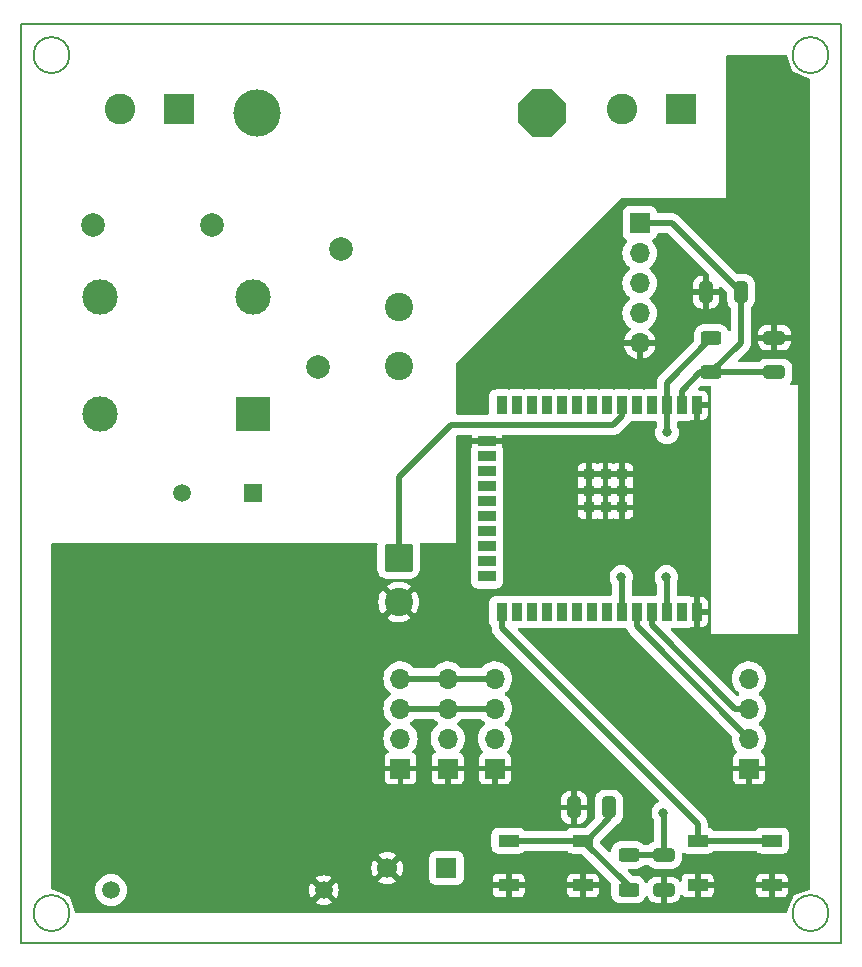
<source format=gtl>
%TF.GenerationSoftware,KiCad,Pcbnew,7.0.2-6a45011f42~172~ubuntu22.10.1*%
%TF.CreationDate,2023-08-15T16:25:11+05:00*%
%TF.ProjectId,IOTV,494f5456-2e6b-4696-9361-645f70636258,3*%
%TF.SameCoordinates,Original*%
%TF.FileFunction,Copper,L1,Top*%
%TF.FilePolarity,Positive*%
%FSLAX46Y46*%
G04 Gerber Fmt 4.6, Leading zero omitted, Abs format (unit mm)*
G04 Created by KiCad (PCBNEW 7.0.2-6a45011f42~172~ubuntu22.10.1) date 2023-08-15 16:25:11*
%MOMM*%
%LPD*%
G01*
G04 APERTURE LIST*
G04 Aperture macros list*
%AMRoundRect*
0 Rectangle with rounded corners*
0 $1 Rounding radius*
0 $2 $3 $4 $5 $6 $7 $8 $9 X,Y pos of 4 corners*
0 Add a 4 corners polygon primitive as box body*
4,1,4,$2,$3,$4,$5,$6,$7,$8,$9,$2,$3,0*
0 Add four circle primitives for the rounded corners*
1,1,$1+$1,$2,$3*
1,1,$1+$1,$4,$5*
1,1,$1+$1,$6,$7*
1,1,$1+$1,$8,$9*
0 Add four rect primitives between the rounded corners*
20,1,$1+$1,$2,$3,$4,$5,0*
20,1,$1+$1,$4,$5,$6,$7,0*
20,1,$1+$1,$6,$7,$8,$9,0*
20,1,$1+$1,$8,$9,$2,$3,0*%
%AMFreePoly0*
4,1,18,0.843072,1.985355,1.985355,0.843072,2.000000,0.807717,2.000000,-0.807717,1.985355,-0.843072,0.843072,-1.985355,0.807717,-2.000000,0.000000,-2.000000,-0.807717,-2.000000,-0.843072,-1.985354,-1.985355,-0.843072,-2.000000,-0.807717,-2.000000,0.807717,-1.985354,0.843072,-0.843072,1.985355,-0.807717,2.000000,0.807717,2.000000,0.843072,1.985355,0.843072,1.985355,$1*%
G04 Aperture macros list end*
%TA.AperFunction,ComponentPad*%
%ADD10C,2.000000*%
%TD*%
%TA.AperFunction,ComponentPad*%
%ADD11R,1.700000X1.700000*%
%TD*%
%TA.AperFunction,ComponentPad*%
%ADD12O,1.700000X1.700000*%
%TD*%
%TA.AperFunction,SMDPad,CuDef*%
%ADD13R,0.900000X1.500000*%
%TD*%
%TA.AperFunction,SMDPad,CuDef*%
%ADD14R,1.500000X0.900000*%
%TD*%
%TA.AperFunction,SMDPad,CuDef*%
%ADD15R,0.900000X0.900000*%
%TD*%
%TA.AperFunction,SMDPad,CuDef*%
%ADD16R,1.700000X1.000000*%
%TD*%
%TA.AperFunction,ComponentPad*%
%ADD17C,2.400000*%
%TD*%
%TA.AperFunction,ComponentPad*%
%ADD18RoundRect,0.249600X0.950400X-0.950400X0.950400X0.950400X-0.950400X0.950400X-0.950400X-0.950400X0*%
%TD*%
%TA.AperFunction,ComponentPad*%
%ADD19C,4.000000*%
%TD*%
%TA.AperFunction,ComponentPad*%
%ADD20FreePoly0,0.000000*%
%TD*%
%TA.AperFunction,ComponentPad*%
%ADD21C,1.500000*%
%TD*%
%TA.AperFunction,ComponentPad*%
%ADD22R,1.500000X1.500000*%
%TD*%
%TA.AperFunction,ComponentPad*%
%ADD23R,2.600000X2.600000*%
%TD*%
%TA.AperFunction,ComponentPad*%
%ADD24C,2.600000*%
%TD*%
%TA.AperFunction,ComponentPad*%
%ADD25C,1.700000*%
%TD*%
%TA.AperFunction,ComponentPad*%
%ADD26R,3.000000X3.000000*%
%TD*%
%TA.AperFunction,ComponentPad*%
%ADD27C,3.000000*%
%TD*%
%TA.AperFunction,SMDPad,CuDef*%
%ADD28RoundRect,0.250000X0.650000X-0.325000X0.650000X0.325000X-0.650000X0.325000X-0.650000X-0.325000X0*%
%TD*%
%TA.AperFunction,SMDPad,CuDef*%
%ADD29RoundRect,0.250000X0.325000X0.650000X-0.325000X0.650000X-0.325000X-0.650000X0.325000X-0.650000X0*%
%TD*%
%TA.AperFunction,SMDPad,CuDef*%
%ADD30RoundRect,0.250000X0.625000X-0.312500X0.625000X0.312500X-0.625000X0.312500X-0.625000X-0.312500X0*%
%TD*%
%TA.AperFunction,SMDPad,CuDef*%
%ADD31RoundRect,0.250000X-0.650000X0.325000X-0.650000X-0.325000X0.650000X-0.325000X0.650000X0.325000X0*%
%TD*%
%TA.AperFunction,ViaPad*%
%ADD32C,0.800000*%
%TD*%
%TA.AperFunction,Conductor*%
%ADD33C,0.500000*%
%TD*%
%TA.AperFunction,Profile*%
%ADD34C,0.150000*%
%TD*%
G04 APERTURE END LIST*
D10*
%TO.P,C5,1*%
%TO.N,~220*%
X117694000Y-67998000D03*
%TO.P,C5,2*%
%TO.N,SSD-1*%
X107694000Y-67998000D03*
%TD*%
D11*
%TO.P,J8,1,Pin_1*%
%TO.N,GND*%
X163195000Y-113998000D03*
D12*
%TO.P,J8,2,Pin_2*%
%TO.N,U0RX*%
X163195000Y-111458000D03*
%TO.P,J8,3,Pin_3*%
%TO.N,U0TX*%
X163195000Y-108918000D03*
%TO.P,J8,4,Pin_4*%
%TO.N,+3.3V*%
X163195000Y-106378000D03*
%TD*%
D13*
%TO.P,U1,1,GND*%
%TO.N,GND*%
X158774000Y-83248000D03*
%TO.P,U1,2,3V3*%
%TO.N,+3.3V*%
X157504000Y-83248000D03*
%TO.P,U1,3,EN/CHIP_PU*%
%TO.N,EN*%
X156234000Y-83248000D03*
%TO.P,U1,4,SENSOR_VP/GPIO36/ADC1_CH0*%
%TO.N,unconnected-(U1-SENSOR_VP{slash}GPIO36{slash}ADC1_CH0-Pad4)*%
X154964000Y-83248000D03*
%TO.P,U1,5,SENSOR_VN/GPIO39/ADC1_CH3*%
%TO.N,unconnected-(U1-SENSOR_VN{slash}GPIO39{slash}ADC1_CH3-Pad5)*%
X153694000Y-83248000D03*
%TO.P,U1,6,GPIO34/ADC1_CH6*%
%TO.N,GPIO34*%
X152424000Y-83248000D03*
%TO.P,U1,7,GPIO35/ADC1_CH7*%
%TO.N,unconnected-(U1-GPIO35{slash}ADC1_CH7-Pad7)*%
X151154000Y-83248000D03*
%TO.P,U1,8,32K_XP/GPIO32/ADC1_CH4*%
%TO.N,unconnected-(U1-32K_XP{slash}GPIO32{slash}ADC1_CH4-Pad8)*%
X149884000Y-83248000D03*
%TO.P,U1,9,32K_XN/GPIO33/ADC1_CH5*%
%TO.N,unconnected-(U1-32K_XN{slash}GPIO33{slash}ADC1_CH5-Pad9)*%
X148614000Y-83248000D03*
%TO.P,U1,10,DAC_1/ADC2_CH8/GPIO25*%
%TO.N,unconnected-(U1-DAC_1{slash}ADC2_CH8{slash}GPIO25-Pad10)*%
X147344000Y-83248000D03*
%TO.P,U1,11,DAC_2/ADC2_CH9/GPIO26*%
%TO.N,unconnected-(U1-DAC_2{slash}ADC2_CH9{slash}GPIO26-Pad11)*%
X146074000Y-83248000D03*
%TO.P,U1,12,ADC2_CH7/GPIO27*%
%TO.N,unconnected-(U1-ADC2_CH7{slash}GPIO27-Pad12)*%
X144804000Y-83248000D03*
%TO.P,U1,13,MTMS/GPIO14/ADC2_CH6*%
%TO.N,unconnected-(U1-MTMS{slash}GPIO14{slash}ADC2_CH6-Pad13)*%
X143534000Y-83248000D03*
%TO.P,U1,14,MTDI/GPIO12/ADC2_CH5*%
%TO.N,unconnected-(U1-MTDI{slash}GPIO12{slash}ADC2_CH5-Pad14)*%
X142264000Y-83248000D03*
D14*
%TO.P,U1,15,GND*%
%TO.N,GND*%
X141014000Y-86278000D03*
%TO.P,U1,16,MTCK/GPIO13/ADC2_CH4*%
%TO.N,unconnected-(U1-MTCK{slash}GPIO13{slash}ADC2_CH4-Pad16)*%
X141014000Y-87548000D03*
%TO.P,U1,17*%
%TO.N,N/C*%
X141014000Y-88818000D03*
%TO.P,U1,18*%
X141014000Y-90088000D03*
%TO.P,U1,19*%
X141014000Y-91358000D03*
%TO.P,U1,20*%
X141014000Y-92628000D03*
%TO.P,U1,21*%
X141014000Y-93898000D03*
%TO.P,U1,22*%
X141014000Y-95168000D03*
%TO.P,U1,23,MTDO/GPIO15/ADC2_CH3*%
%TO.N,unconnected-(U1-MTDO{slash}GPIO15{slash}ADC2_CH3-Pad23)*%
X141014000Y-96438000D03*
%TO.P,U1,24,ADC2_CH2/GPIO2*%
%TO.N,unconnected-(U1-ADC2_CH2{slash}GPIO2-Pad24)*%
X141014000Y-97708000D03*
D13*
%TO.P,U1,25,GPIO0/BOOT/ADC2_CH1*%
%TO.N,GPIO0*%
X142264000Y-100748000D03*
%TO.P,U1,26,ADC2_CH0/GPIO4*%
%TO.N,unconnected-(U1-ADC2_CH0{slash}GPIO4-Pad26)*%
X143534000Y-100748000D03*
%TO.P,U1,27,GPIO16*%
%TO.N,unconnected-(U1-GPIO16-Pad27)*%
X144804000Y-100748000D03*
%TO.P,U1,28,GPIO17*%
%TO.N,unconnected-(U1-GPIO17-Pad28)*%
X146074000Y-100748000D03*
%TO.P,U1,29,GPIO5*%
%TO.N,unconnected-(U1-GPIO5-Pad29)*%
X147344000Y-100748000D03*
%TO.P,U1,30,GPIO18*%
%TO.N,unconnected-(U1-GPIO18-Pad30)*%
X148614000Y-100748000D03*
%TO.P,U1,31,GPIO19*%
%TO.N,unconnected-(U1-GPIO19-Pad31)*%
X149884000Y-100748000D03*
%TO.P,U1,32*%
%TO.N,N/C*%
X151154000Y-100748000D03*
%TO.P,U1,33,GPIO21*%
%TO.N,SDA*%
X152424000Y-100748000D03*
%TO.P,U1,34,U0RXD/GPIO3*%
%TO.N,U0RX*%
X153694000Y-100748000D03*
%TO.P,U1,35,U0TXD/GPIO1*%
%TO.N,U0TX*%
X154964000Y-100748000D03*
%TO.P,U1,36,GPIO22*%
%TO.N,SCL*%
X156234000Y-100748000D03*
%TO.P,U1,37,GPIO23*%
%TO.N,unconnected-(U1-GPIO23-Pad37)*%
X157504000Y-100748000D03*
%TO.P,U1,38,GND*%
%TO.N,GND*%
X158774000Y-100748000D03*
D15*
%TO.P,U1,39,GND_THERMAL*%
X152454000Y-89098000D03*
X152454000Y-89098000D03*
X151054000Y-89098000D03*
X149654000Y-89098000D03*
X149654000Y-89098000D03*
X152454000Y-90498000D03*
X151054000Y-90498000D03*
X149654000Y-90498000D03*
X149654000Y-90498000D03*
X152454000Y-91898000D03*
X151054000Y-91898000D03*
X149654000Y-91898000D03*
%TD*%
D16*
%TO.P,SW2,2,2*%
%TO.N,GND*%
X165150000Y-123898000D03*
X158850000Y-123898000D03*
%TO.P,SW2,1,1*%
%TO.N,GPIO0*%
X165150000Y-120098000D03*
X158850000Y-120098000D03*
%TD*%
D12*
%TO.P,J3,4,Pin_4*%
%TO.N,SCL*%
X133694000Y-106378000D03*
%TO.P,J3,3,Pin_3*%
%TO.N,SDA*%
X133694000Y-108918000D03*
%TO.P,J3,2,Pin_2*%
%TO.N,+3.3V*%
X133694000Y-111458000D03*
D11*
%TO.P,J3,1,Pin_1*%
%TO.N,GND*%
X133694000Y-113998000D03*
%TD*%
D17*
%TO.P,U2,11*%
%TO.N,SSD-1*%
X133536500Y-79898000D03*
%TO.P,U2,14*%
%TO.N,SSD-2*%
X133536500Y-74898000D03*
D18*
%TO.P,U2,A1*%
%TO.N,GPIO34*%
X133536500Y-96148000D03*
D17*
%TO.P,U2,A2*%
%TO.N,GND*%
X133536500Y-99898000D03*
%TD*%
D11*
%TO.P,J5,1,Pin_1*%
%TO.N,GND*%
X141694000Y-113998000D03*
D12*
%TO.P,J5,2,Pin_2*%
%TO.N,+3.3V*%
X141694000Y-111458000D03*
%TO.P,J5,3,Pin_3*%
%TO.N,SDA*%
X141694000Y-108918000D03*
%TO.P,J5,4,Pin_4*%
%TO.N,SCL*%
X141694000Y-106378000D03*
%TD*%
D19*
%TO.P,F1,1*%
%TO.N,Net-(J1-Pin_1)*%
X121506000Y-58513000D03*
D20*
%TO.P,F1,2*%
%TO.N,~220*%
X145636000Y-58513000D03*
%TD*%
D21*
%TO.P,PS1,4,+VO*%
%TO.N,+3.3V*%
X109194000Y-124298000D03*
%TO.P,PS1,3,-VO*%
%TO.N,GND*%
X127194000Y-124298000D03*
%TO.P,PS1,2,AC2*%
%TO.N,Net-(PS1-AC2)*%
X115194000Y-90698000D03*
D22*
%TO.P,PS1,1,AC1*%
%TO.N,Net-(PS1-AC1)*%
X121194000Y-90698000D03*
%TD*%
D23*
%TO.P,J1,1,Pin_1*%
%TO.N,Net-(J1-Pin_1)*%
X114944000Y-58193000D03*
D24*
%TO.P,J1,2,Pin_2*%
%TO.N,SSD-1*%
X109944000Y-58193000D03*
%TD*%
D11*
%TO.P,J4,1,Pin_1*%
%TO.N,GND*%
X137694000Y-113998000D03*
D12*
%TO.P,J4,2,Pin_2*%
%TO.N,+3.3V*%
X137694000Y-111458000D03*
%TO.P,J4,3,Pin_3*%
%TO.N,SDA*%
X137694000Y-108918000D03*
%TO.P,J4,4,Pin_4*%
%TO.N,SCL*%
X137694000Y-106378000D03*
%TD*%
D16*
%TO.P,SW1,2,2*%
%TO.N,GND*%
X149150000Y-123898000D03*
X142850000Y-123898000D03*
%TO.P,SW1,1,1*%
%TO.N,Net-(C4-Pad1)*%
X149150000Y-120098000D03*
X142850000Y-120098000D03*
%TD*%
D25*
%TO.P,C6,2*%
%TO.N,GND*%
X132589000Y-122428000D03*
D11*
%TO.P,C6,1*%
%TO.N,+3.3V*%
X137589000Y-122428000D03*
%TD*%
D26*
%TO.P,FL1,1,1*%
%TO.N,Net-(PS1-AC1)*%
X121171000Y-83982750D03*
D27*
%TO.P,FL1,2,2*%
%TO.N,~220*%
X121171000Y-74076750D03*
%TO.P,FL1,3,3*%
%TO.N,SSD-1*%
X108217000Y-74076750D03*
%TO.P,FL1,4,4*%
%TO.N,Net-(PS1-AC2)*%
X108217000Y-83982750D03*
%TD*%
D23*
%TO.P,J2,1,Pin_1*%
%TO.N,Net-(J1-Pin_1)*%
X157444000Y-58193000D03*
D24*
%TO.P,J2,2,Pin_2*%
%TO.N,SSD-2*%
X152444000Y-58193000D03*
%TD*%
D11*
%TO.P,J6,1,Pin_1*%
%TO.N,+3.3V*%
X153944000Y-67828000D03*
D12*
%TO.P,J6,2,Pin_2*%
%TO.N,SDA*%
X153944000Y-70368000D03*
%TO.P,J6,3,Pin_3*%
%TO.N,SCL*%
X153944000Y-72908000D03*
%TO.P,J6,4,Pin_4*%
%TO.N,unconnected-(J6-Pin_4-Pad4)*%
X153944000Y-75448000D03*
%TO.P,J6,5,Pin_5*%
%TO.N,GND*%
X153944000Y-77988000D03*
%TD*%
D10*
%TO.P,RVe1,1*%
%TO.N,~220*%
X128694000Y-69998000D03*
%TO.P,RVe1,2*%
%TO.N,SSD-1*%
X126744000Y-79998000D03*
%TD*%
D28*
%TO.P,C1,2*%
%TO.N,GND*%
X165354000Y-77519000D03*
%TO.P,C1,1*%
%TO.N,+3.3V*%
X165354000Y-80469000D03*
%TD*%
D29*
%TO.P,C4,1*%
%TO.N,Net-(C4-Pad1)*%
X151335000Y-117297200D03*
%TO.P,C4,2*%
%TO.N,GND*%
X148385000Y-117297200D03*
%TD*%
D30*
%TO.P,R2,1*%
%TO.N,Net-(C4-Pad1)*%
X153000000Y-124256500D03*
%TO.P,R2,2*%
%TO.N,EN*%
X153000000Y-121331500D03*
%TD*%
%TO.P,R1,1*%
%TO.N,+3.3V*%
X160020000Y-80456500D03*
%TO.P,R1,2*%
%TO.N,EN*%
X160020000Y-77531500D03*
%TD*%
D29*
%TO.P,C2,1*%
%TO.N,+3.3V*%
X162511000Y-73660000D03*
%TO.P,C2,2*%
%TO.N,GND*%
X159561000Y-73660000D03*
%TD*%
D31*
%TO.P,C3,2*%
%TO.N,GND*%
X156000000Y-124269000D03*
%TO.P,C3,1*%
%TO.N,EN*%
X156000000Y-121319000D03*
%TD*%
D32*
%TO.N,EN*%
X156260800Y-85547200D03*
X155956000Y-117729000D03*
%TO.N,SCL*%
X156210000Y-97790000D03*
%TO.N,SDA*%
X152400000Y-97790000D03*
%TD*%
D33*
%TO.N,+3.3V*%
X153944000Y-67828000D02*
X156679000Y-67828000D01*
X156679000Y-67828000D02*
X162511000Y-73660000D01*
X162511000Y-73660000D02*
X162511000Y-77965500D01*
X162511000Y-77965500D02*
X160020000Y-80456500D01*
X165354000Y-80469000D02*
X163068000Y-80469000D01*
X163068000Y-80469000D02*
X160032500Y-80469000D01*
X160032500Y-80469000D02*
X160020000Y-80456500D01*
%TO.N,EN*%
X160020000Y-77531500D02*
X156234000Y-81317500D01*
X156234000Y-81317500D02*
X156234000Y-83248000D01*
%TO.N,+3.3V*%
X160020000Y-80456500D02*
X159045500Y-80456500D01*
X159045500Y-80456500D02*
X157504000Y-81998000D01*
X157504000Y-81998000D02*
X157504000Y-83248000D01*
%TO.N,EN*%
X156260800Y-85547200D02*
X156260800Y-83274800D01*
X156260800Y-83274800D02*
X156234000Y-83248000D01*
%TO.N,GPIO34*%
X152424000Y-83248000D02*
X152424000Y-84178000D01*
X133536500Y-89323100D02*
X133536500Y-96148000D01*
X152424000Y-84178000D02*
X151715200Y-84886800D01*
X151715200Y-84886800D02*
X137972800Y-84886800D01*
X137972800Y-84886800D02*
X133536500Y-89323100D01*
%TO.N,EN*%
X156000000Y-121319000D02*
X156000000Y-117773000D01*
X156000000Y-117773000D02*
X155956000Y-117729000D01*
%TO.N,U0RX*%
X153694000Y-100748000D02*
X153694000Y-101957000D01*
X153694000Y-101957000D02*
X163195000Y-111458000D01*
%TO.N,U0TX*%
X163195000Y-108918000D02*
X161992919Y-108918000D01*
X161992919Y-108918000D02*
X154964000Y-101889081D01*
X154964000Y-101889081D02*
X154964000Y-100748000D01*
%TO.N,GPIO0*%
X158850000Y-120098000D02*
X158850000Y-118715207D01*
X158850000Y-118715207D02*
X142264000Y-102129207D01*
X142264000Y-102129207D02*
X142264000Y-100748000D01*
%TO.N,Net-(C4-Pad1)*%
X151335000Y-117297200D02*
X151335000Y-118209800D01*
X151335000Y-118209800D02*
X149446800Y-120098000D01*
X149446800Y-120098000D02*
X149150000Y-120098000D01*
%TO.N,SCL*%
X156234000Y-100748000D02*
X156234000Y-97814000D01*
X156234000Y-97814000D02*
X156210000Y-97790000D01*
%TO.N,SDA*%
X152424000Y-100748000D02*
X152424000Y-97814000D01*
X152424000Y-97814000D02*
X152400000Y-97790000D01*
X141694000Y-108918000D02*
X137694000Y-108918000D01*
X137694000Y-108918000D02*
X133694000Y-108918000D01*
%TO.N,SCL*%
X141694000Y-106378000D02*
X137694000Y-106378000D01*
X133694000Y-106378000D02*
X137694000Y-106378000D01*
%TO.N,EN*%
X153000000Y-121331500D02*
X155987500Y-121331500D01*
X155987500Y-121331500D02*
X156000000Y-121319000D01*
%TO.N,Net-(C4-Pad1)*%
X153000000Y-124256500D02*
X153000000Y-123948000D01*
X153000000Y-123948000D02*
X149150000Y-120098000D01*
%TO.N,GPIO0*%
X158850000Y-120098000D02*
X165150000Y-120098000D01*
%TO.N,Net-(C4-Pad1)*%
X142850000Y-120098000D02*
X149150000Y-120098000D01*
%TD*%
%TA.AperFunction,Conductor*%
%TO.N,GND*%
G36*
X166312874Y-53594284D02*
G01*
X166379875Y-53614087D01*
X166425536Y-53666972D01*
X166429722Y-53677416D01*
X166841276Y-54856394D01*
X166874482Y-54951517D01*
X166874482Y-54951518D01*
X168328335Y-55597280D01*
X168381612Y-55642483D01*
X168401993Y-55709314D01*
X168402000Y-55710604D01*
X168402000Y-124159947D01*
X168382315Y-124226986D01*
X168329511Y-124272741D01*
X168318867Y-124277019D01*
X167048482Y-124720482D01*
X167048481Y-124720482D01*
X166402720Y-126174335D01*
X166357517Y-126227612D01*
X166290686Y-126247993D01*
X166289396Y-126248000D01*
X106230824Y-126248000D01*
X106163785Y-126228315D01*
X106118030Y-126175511D01*
X106113752Y-126164867D01*
X105671518Y-124898000D01*
X105092590Y-124640856D01*
X104320694Y-124298000D01*
X107838340Y-124298000D01*
X107858936Y-124533407D01*
X107890593Y-124651553D01*
X107920097Y-124761663D01*
X108019965Y-124975830D01*
X108155505Y-125169401D01*
X108322599Y-125336495D01*
X108516170Y-125472035D01*
X108730337Y-125571903D01*
X108958592Y-125633063D01*
X109194000Y-125653659D01*
X109429408Y-125633063D01*
X109657663Y-125571903D01*
X109871830Y-125472035D01*
X110065401Y-125336495D01*
X110232495Y-125169401D01*
X110368035Y-124975830D01*
X110467903Y-124761663D01*
X110529063Y-124533408D01*
X110549659Y-124298000D01*
X125939224Y-124298000D01*
X125958287Y-124515886D01*
X126014898Y-124727161D01*
X126107331Y-124925386D01*
X126150873Y-124987571D01*
X126150875Y-124987572D01*
X126710923Y-124427523D01*
X126734507Y-124507844D01*
X126812239Y-124628798D01*
X126920900Y-124722952D01*
X127051685Y-124782680D01*
X127061466Y-124784086D01*
X126504426Y-125341124D01*
X126504427Y-125341125D01*
X126566610Y-125384666D01*
X126764840Y-125477102D01*
X126976113Y-125533712D01*
X127194000Y-125552775D01*
X127411886Y-125533712D01*
X127623159Y-125477102D01*
X127821385Y-125384667D01*
X127883572Y-125341124D01*
X127326534Y-124784086D01*
X127336315Y-124782680D01*
X127467100Y-124722952D01*
X127575761Y-124628798D01*
X127653493Y-124507844D01*
X127677076Y-124427524D01*
X128237124Y-124987572D01*
X128280667Y-124925385D01*
X128373102Y-124727159D01*
X128429712Y-124515886D01*
X128448775Y-124298000D01*
X128435651Y-124148000D01*
X141500000Y-124148000D01*
X141500000Y-124442518D01*
X141500354Y-124449132D01*
X141506400Y-124505371D01*
X141556647Y-124640089D01*
X141642811Y-124755188D01*
X141757910Y-124841352D01*
X141892628Y-124891599D01*
X141948867Y-124897645D01*
X141955482Y-124898000D01*
X142600000Y-124898000D01*
X142600000Y-124148000D01*
X143100000Y-124148000D01*
X143100000Y-124898000D01*
X143744518Y-124898000D01*
X143751132Y-124897645D01*
X143807371Y-124891599D01*
X143942089Y-124841352D01*
X144057188Y-124755188D01*
X144143352Y-124640089D01*
X144193599Y-124505371D01*
X144199645Y-124449132D01*
X144200000Y-124442518D01*
X144200000Y-124148000D01*
X147800000Y-124148000D01*
X147800000Y-124442518D01*
X147800354Y-124449132D01*
X147806400Y-124505371D01*
X147856647Y-124640089D01*
X147942811Y-124755188D01*
X148057910Y-124841352D01*
X148192628Y-124891599D01*
X148248867Y-124897645D01*
X148255482Y-124898000D01*
X148900000Y-124898000D01*
X148900000Y-124148000D01*
X149400000Y-124148000D01*
X149400000Y-124898000D01*
X150044518Y-124898000D01*
X150051132Y-124897645D01*
X150107371Y-124891599D01*
X150242089Y-124841352D01*
X150357188Y-124755188D01*
X150443352Y-124640089D01*
X150493599Y-124505371D01*
X150499645Y-124449132D01*
X150500000Y-124442518D01*
X150500000Y-124148000D01*
X149400000Y-124148000D01*
X148900000Y-124148000D01*
X147800000Y-124148000D01*
X144200000Y-124148000D01*
X143100000Y-124148000D01*
X142600000Y-124148000D01*
X141500000Y-124148000D01*
X128435651Y-124148000D01*
X128429712Y-124080113D01*
X128373102Y-123868840D01*
X128280667Y-123670615D01*
X128237123Y-123608428D01*
X127677076Y-124168475D01*
X127653493Y-124088156D01*
X127575761Y-123967202D01*
X127467100Y-123873048D01*
X127336315Y-123813320D01*
X127326534Y-123811913D01*
X127883572Y-123254875D01*
X127883571Y-123254873D01*
X127821386Y-123211331D01*
X127623161Y-123118898D01*
X127411886Y-123062287D01*
X127194000Y-123043224D01*
X126976113Y-123062287D01*
X126764840Y-123118897D01*
X126566611Y-123211333D01*
X126504428Y-123254874D01*
X126504427Y-123254875D01*
X127061466Y-123811913D01*
X127051685Y-123813320D01*
X126920900Y-123873048D01*
X126812239Y-123967202D01*
X126734507Y-124088156D01*
X126710923Y-124168475D01*
X126150875Y-123608427D01*
X126150874Y-123608428D01*
X126107333Y-123670611D01*
X126014897Y-123868840D01*
X125958287Y-124080113D01*
X125939224Y-124298000D01*
X110549659Y-124298000D01*
X110529063Y-124062592D01*
X110467903Y-123834337D01*
X110368035Y-123620171D01*
X110232495Y-123426599D01*
X110065401Y-123259505D01*
X109871830Y-123123965D01*
X109657663Y-123024097D01*
X109596501Y-123007709D01*
X109429407Y-122962936D01*
X109194000Y-122942340D01*
X108958592Y-122962936D01*
X108730336Y-123024097D01*
X108516170Y-123123965D01*
X108322598Y-123259505D01*
X108155505Y-123426598D01*
X108019965Y-123620170D01*
X107920097Y-123834336D01*
X107858936Y-124062592D01*
X107838340Y-124298000D01*
X104320694Y-124298000D01*
X104213664Y-124250460D01*
X104160387Y-124205257D01*
X104140007Y-124138426D01*
X104140000Y-124137136D01*
X104140000Y-122427999D01*
X131233842Y-122427999D01*
X131254430Y-122663318D01*
X131315569Y-122891492D01*
X131415400Y-123105580D01*
X131474073Y-123189373D01*
X132105923Y-122557523D01*
X132129507Y-122637844D01*
X132207239Y-122758798D01*
X132315900Y-122852952D01*
X132446685Y-122912680D01*
X132456466Y-122914086D01*
X131827625Y-123542925D01*
X131911420Y-123601599D01*
X132125507Y-123701430D01*
X132353681Y-123762569D01*
X132589000Y-123783157D01*
X132824318Y-123762569D01*
X133052492Y-123701430D01*
X133266576Y-123601600D01*
X133350373Y-123542925D01*
X133120768Y-123313320D01*
X136138500Y-123313320D01*
X136138501Y-123317360D01*
X136139029Y-123321373D01*
X136139030Y-123321384D01*
X136153955Y-123434760D01*
X136214464Y-123580841D01*
X136310717Y-123706282D01*
X136410904Y-123783157D01*
X136436159Y-123802536D01*
X136582238Y-123863044D01*
X136699639Y-123878500D01*
X138478360Y-123878499D01*
X138595762Y-123863044D01*
X138741841Y-123802536D01*
X138867282Y-123706282D01*
X138912003Y-123648000D01*
X141500000Y-123648000D01*
X142600000Y-123648000D01*
X142600000Y-122898000D01*
X143100000Y-122898000D01*
X143100000Y-123648000D01*
X144200000Y-123648000D01*
X147800000Y-123648000D01*
X148900000Y-123648000D01*
X148900000Y-122898000D01*
X149400000Y-122898000D01*
X149400000Y-123648000D01*
X150500000Y-123648000D01*
X150500000Y-123353481D01*
X150499645Y-123346867D01*
X150493599Y-123290628D01*
X150443352Y-123155910D01*
X150357188Y-123040811D01*
X150242089Y-122954647D01*
X150107371Y-122904400D01*
X150051132Y-122898354D01*
X150044518Y-122898000D01*
X149400000Y-122898000D01*
X148900000Y-122898000D01*
X148255482Y-122898000D01*
X148248867Y-122898354D01*
X148192628Y-122904400D01*
X148057910Y-122954647D01*
X147942811Y-123040811D01*
X147856647Y-123155910D01*
X147806400Y-123290628D01*
X147800354Y-123346867D01*
X147800000Y-123353481D01*
X147800000Y-123648000D01*
X144200000Y-123648000D01*
X144200000Y-123353481D01*
X144199645Y-123346867D01*
X144193599Y-123290628D01*
X144143352Y-123155910D01*
X144057188Y-123040811D01*
X143942089Y-122954647D01*
X143807371Y-122904400D01*
X143751132Y-122898354D01*
X143744518Y-122898000D01*
X143100000Y-122898000D01*
X142600000Y-122898000D01*
X141955482Y-122898000D01*
X141948867Y-122898354D01*
X141892628Y-122904400D01*
X141757910Y-122954647D01*
X141642811Y-123040811D01*
X141556647Y-123155910D01*
X141506400Y-123290628D01*
X141500354Y-123346867D01*
X141500000Y-123353481D01*
X141500000Y-123648000D01*
X138912003Y-123648000D01*
X138963536Y-123580841D01*
X139024044Y-123434762D01*
X139039500Y-123317361D01*
X139039499Y-121538640D01*
X139024044Y-121421238D01*
X138963536Y-121275159D01*
X138904307Y-121197970D01*
X138867282Y-121149717D01*
X138741840Y-121053463D01*
X138595762Y-120992956D01*
X138482380Y-120978029D01*
X138482378Y-120978028D01*
X138478361Y-120977500D01*
X138474307Y-120977500D01*
X136703694Y-120977500D01*
X136703678Y-120977500D01*
X136699640Y-120977501D01*
X136695627Y-120978029D01*
X136695615Y-120978030D01*
X136582239Y-120992955D01*
X136436158Y-121053464D01*
X136310717Y-121149717D01*
X136214463Y-121275159D01*
X136198759Y-121313073D01*
X136153956Y-121421238D01*
X136138500Y-121538639D01*
X136138500Y-121542691D01*
X136138500Y-121542692D01*
X136138500Y-123313305D01*
X136138500Y-123313320D01*
X133120768Y-123313320D01*
X132721533Y-122914086D01*
X132731315Y-122912680D01*
X132862100Y-122852952D01*
X132970761Y-122758798D01*
X133048493Y-122637844D01*
X133072076Y-122557524D01*
X133703925Y-123189373D01*
X133762600Y-123105576D01*
X133862430Y-122891492D01*
X133923569Y-122663318D01*
X133944157Y-122428000D01*
X133923569Y-122192681D01*
X133862430Y-121964507D01*
X133762599Y-121750421D01*
X133703926Y-121666626D01*
X133703925Y-121666625D01*
X133072076Y-122298475D01*
X133048493Y-122218156D01*
X132970761Y-122097202D01*
X132862100Y-122003048D01*
X132731315Y-121943320D01*
X132721531Y-121941913D01*
X133350373Y-121313073D01*
X133350373Y-121313072D01*
X133266580Y-121254400D01*
X133052492Y-121154569D01*
X132824318Y-121093430D01*
X132589000Y-121072842D01*
X132353681Y-121093430D01*
X132125507Y-121154569D01*
X131911422Y-121254399D01*
X131827626Y-121313072D01*
X131827625Y-121313073D01*
X132456466Y-121941913D01*
X132446685Y-121943320D01*
X132315900Y-122003048D01*
X132207239Y-122097202D01*
X132129507Y-122218156D01*
X132105923Y-122298475D01*
X131474073Y-121666625D01*
X131474072Y-121666626D01*
X131415399Y-121750422D01*
X131315569Y-121964507D01*
X131254430Y-122192681D01*
X131233842Y-122427999D01*
X104140000Y-122427999D01*
X104140000Y-117547200D01*
X147310001Y-117547200D01*
X147310001Y-117994029D01*
X147310321Y-118000311D01*
X147320493Y-118099895D01*
X147375642Y-118266322D01*
X147467683Y-118415545D01*
X147591654Y-118539516D01*
X147740877Y-118631557D01*
X147907303Y-118686706D01*
X148006890Y-118696880D01*
X148013168Y-118697199D01*
X148134999Y-118697199D01*
X148135000Y-118697198D01*
X148135000Y-117547200D01*
X148635000Y-117547200D01*
X148635000Y-118697199D01*
X148756829Y-118697199D01*
X148763111Y-118696878D01*
X148862695Y-118686706D01*
X149029122Y-118631557D01*
X149178345Y-118539516D01*
X149302316Y-118415545D01*
X149394357Y-118266322D01*
X149449506Y-118099896D01*
X149459680Y-118000309D01*
X149460000Y-117994031D01*
X149460000Y-117547200D01*
X148635000Y-117547200D01*
X148135000Y-117547200D01*
X147310001Y-117547200D01*
X104140000Y-117547200D01*
X104140000Y-117047200D01*
X147310000Y-117047200D01*
X148135000Y-117047200D01*
X148135000Y-115897200D01*
X148635000Y-115897200D01*
X148635000Y-117047200D01*
X149459999Y-117047200D01*
X149459999Y-116600370D01*
X149459678Y-116594088D01*
X149449506Y-116494504D01*
X149394357Y-116328077D01*
X149302316Y-116178854D01*
X149178345Y-116054883D01*
X149029122Y-115962842D01*
X148862696Y-115907693D01*
X148763109Y-115897519D01*
X148756832Y-115897200D01*
X148635000Y-115897200D01*
X148135000Y-115897200D01*
X148013171Y-115897200D01*
X148006888Y-115897521D01*
X147907304Y-115907693D01*
X147740877Y-115962842D01*
X147591654Y-116054883D01*
X147467683Y-116178854D01*
X147375642Y-116328077D01*
X147320493Y-116494503D01*
X147310319Y-116594090D01*
X147310000Y-116600368D01*
X147310000Y-117047200D01*
X104140000Y-117047200D01*
X104140000Y-111458000D01*
X132238528Y-111458000D01*
X132258379Y-111697558D01*
X132258379Y-111697561D01*
X132258380Y-111697563D01*
X132317390Y-111930591D01*
X132413951Y-112150728D01*
X132545429Y-112351969D01*
X132676621Y-112494482D01*
X132707543Y-112557136D01*
X132699683Y-112626562D01*
X132655536Y-112680717D01*
X132628726Y-112694645D01*
X132601913Y-112704646D01*
X132486811Y-112790811D01*
X132400647Y-112905910D01*
X132350400Y-113040628D01*
X132344354Y-113096867D01*
X132344000Y-113103481D01*
X132344000Y-113748000D01*
X133260314Y-113748000D01*
X133234507Y-113788156D01*
X133194000Y-113926111D01*
X133194000Y-114069889D01*
X133234507Y-114207844D01*
X133260314Y-114248000D01*
X132344000Y-114248000D01*
X132344000Y-114892518D01*
X132344354Y-114899132D01*
X132350400Y-114955371D01*
X132400647Y-115090089D01*
X132486811Y-115205188D01*
X132601910Y-115291352D01*
X132736628Y-115341599D01*
X132792867Y-115347645D01*
X132799482Y-115348000D01*
X133443999Y-115348000D01*
X133443999Y-114433501D01*
X133551685Y-114482680D01*
X133658237Y-114498000D01*
X133729763Y-114498000D01*
X133836315Y-114482680D01*
X133943999Y-114433501D01*
X133944000Y-115348000D01*
X134588518Y-115348000D01*
X134595132Y-115347645D01*
X134651371Y-115341599D01*
X134786089Y-115291352D01*
X134901188Y-115205188D01*
X134987352Y-115090089D01*
X135037599Y-114955371D01*
X135043645Y-114899132D01*
X135044000Y-114892518D01*
X135044000Y-114248000D01*
X134127686Y-114248000D01*
X134153493Y-114207844D01*
X134194000Y-114069889D01*
X134194000Y-113926111D01*
X134153493Y-113788156D01*
X134127686Y-113748000D01*
X135044000Y-113748000D01*
X135044000Y-113103481D01*
X135043645Y-113096867D01*
X135037599Y-113040628D01*
X134987352Y-112905910D01*
X134901188Y-112790811D01*
X134786088Y-112704647D01*
X134759274Y-112694646D01*
X134703341Y-112652774D01*
X134678924Y-112587309D01*
X134693776Y-112519037D01*
X134711376Y-112494484D01*
X134842571Y-112351969D01*
X134974049Y-112150728D01*
X135070610Y-111930591D01*
X135129620Y-111697563D01*
X135149471Y-111458000D01*
X135129620Y-111218437D01*
X135070610Y-110985409D01*
X134974049Y-110765272D01*
X134842571Y-110564031D01*
X134679764Y-110387175D01*
X134654265Y-110367329D01*
X134549586Y-110285853D01*
X134508773Y-110229143D01*
X134505098Y-110159370D01*
X134539730Y-110098687D01*
X134549586Y-110090147D01*
X134587955Y-110060282D01*
X134679764Y-109988825D01*
X134842571Y-109811969D01*
X134842570Y-109811969D01*
X134845749Y-109808517D01*
X134905636Y-109772527D01*
X134936979Y-109768500D01*
X136451021Y-109768500D01*
X136518060Y-109788185D01*
X136542251Y-109808517D01*
X136545429Y-109811969D01*
X136708236Y-109988825D01*
X136708239Y-109988827D01*
X136838414Y-110090147D01*
X136879227Y-110146857D01*
X136882902Y-110216630D01*
X136848270Y-110277313D01*
X136838414Y-110285853D01*
X136708239Y-110387172D01*
X136545430Y-110564030D01*
X136413950Y-110765274D01*
X136317391Y-110985407D01*
X136258379Y-111218441D01*
X136238528Y-111458000D01*
X136258379Y-111697558D01*
X136258379Y-111697561D01*
X136258380Y-111697563D01*
X136317390Y-111930591D01*
X136413951Y-112150728D01*
X136545429Y-112351969D01*
X136676621Y-112494482D01*
X136707543Y-112557136D01*
X136699683Y-112626562D01*
X136655536Y-112680717D01*
X136628726Y-112694645D01*
X136601913Y-112704646D01*
X136486811Y-112790811D01*
X136400647Y-112905910D01*
X136350400Y-113040628D01*
X136344354Y-113096867D01*
X136344000Y-113103481D01*
X136344000Y-113748000D01*
X137260314Y-113748000D01*
X137234507Y-113788156D01*
X137194000Y-113926111D01*
X137194000Y-114069889D01*
X137234507Y-114207844D01*
X137260314Y-114248000D01*
X136344000Y-114248000D01*
X136344000Y-114892518D01*
X136344354Y-114899132D01*
X136350400Y-114955371D01*
X136400647Y-115090089D01*
X136486811Y-115205188D01*
X136601910Y-115291352D01*
X136736628Y-115341599D01*
X136792867Y-115347645D01*
X136799482Y-115348000D01*
X137444000Y-115348000D01*
X137444000Y-114433501D01*
X137551685Y-114482680D01*
X137658237Y-114498000D01*
X137729763Y-114498000D01*
X137836315Y-114482680D01*
X137944000Y-114433501D01*
X137944000Y-115348000D01*
X138588518Y-115348000D01*
X138595132Y-115347645D01*
X138651371Y-115341599D01*
X138786089Y-115291352D01*
X138901188Y-115205188D01*
X138987352Y-115090089D01*
X139037599Y-114955371D01*
X139043645Y-114899132D01*
X139044000Y-114892518D01*
X139044000Y-114248000D01*
X138127686Y-114248000D01*
X138153493Y-114207844D01*
X138194000Y-114069889D01*
X138194000Y-113926111D01*
X138153493Y-113788156D01*
X138127686Y-113748000D01*
X139044000Y-113748000D01*
X139044000Y-113103481D01*
X139043645Y-113096867D01*
X139037599Y-113040628D01*
X138987352Y-112905910D01*
X138901188Y-112790811D01*
X138786088Y-112704647D01*
X138759274Y-112694646D01*
X138703341Y-112652774D01*
X138678924Y-112587309D01*
X138693776Y-112519037D01*
X138711376Y-112494484D01*
X138842571Y-112351969D01*
X138974049Y-112150728D01*
X139070610Y-111930591D01*
X139129620Y-111697563D01*
X139149471Y-111458000D01*
X139129620Y-111218437D01*
X139070610Y-110985409D01*
X138974049Y-110765272D01*
X138842571Y-110564031D01*
X138679764Y-110387175D01*
X138654265Y-110367329D01*
X138549586Y-110285853D01*
X138508773Y-110229143D01*
X138505098Y-110159370D01*
X138539730Y-110098687D01*
X138549586Y-110090147D01*
X138587955Y-110060282D01*
X138679764Y-109988825D01*
X138842571Y-109811969D01*
X138842570Y-109811969D01*
X138845749Y-109808517D01*
X138905636Y-109772527D01*
X138936979Y-109768500D01*
X140451021Y-109768500D01*
X140518060Y-109788185D01*
X140542251Y-109808517D01*
X140545429Y-109811969D01*
X140708236Y-109988825D01*
X140708239Y-109988827D01*
X140838414Y-110090147D01*
X140879227Y-110146857D01*
X140882902Y-110216630D01*
X140848270Y-110277313D01*
X140838414Y-110285853D01*
X140708239Y-110387172D01*
X140545430Y-110564030D01*
X140413950Y-110765274D01*
X140317391Y-110985407D01*
X140258379Y-111218441D01*
X140238528Y-111457999D01*
X140258379Y-111697558D01*
X140258379Y-111697561D01*
X140258380Y-111697563D01*
X140317390Y-111930591D01*
X140413951Y-112150728D01*
X140545429Y-112351969D01*
X140676621Y-112494482D01*
X140707543Y-112557136D01*
X140699683Y-112626562D01*
X140655536Y-112680717D01*
X140628726Y-112694645D01*
X140601913Y-112704646D01*
X140486811Y-112790811D01*
X140400647Y-112905910D01*
X140350400Y-113040628D01*
X140344354Y-113096867D01*
X140344000Y-113103481D01*
X140344000Y-113748000D01*
X141260314Y-113748000D01*
X141234507Y-113788156D01*
X141194000Y-113926111D01*
X141194000Y-114069889D01*
X141234507Y-114207844D01*
X141260314Y-114248000D01*
X140344000Y-114248000D01*
X140344000Y-114892518D01*
X140344354Y-114899132D01*
X140350400Y-114955371D01*
X140400647Y-115090089D01*
X140486811Y-115205188D01*
X140601910Y-115291352D01*
X140736628Y-115341599D01*
X140792867Y-115347645D01*
X140799482Y-115348000D01*
X141444000Y-115348000D01*
X141444000Y-114433501D01*
X141551685Y-114482680D01*
X141658237Y-114498000D01*
X141729763Y-114498000D01*
X141836315Y-114482680D01*
X141944000Y-114433501D01*
X141944000Y-115348000D01*
X142588518Y-115348000D01*
X142595132Y-115347645D01*
X142651371Y-115341599D01*
X142786089Y-115291352D01*
X142901188Y-115205188D01*
X142987352Y-115090089D01*
X143037599Y-114955371D01*
X143043645Y-114899132D01*
X143044000Y-114892518D01*
X143044000Y-114248000D01*
X142127686Y-114248000D01*
X142153493Y-114207844D01*
X142194000Y-114069889D01*
X142194000Y-113926111D01*
X142153493Y-113788156D01*
X142127686Y-113748000D01*
X143044000Y-113748000D01*
X143044000Y-113103481D01*
X143043645Y-113096867D01*
X143037599Y-113040628D01*
X142987352Y-112905910D01*
X142901188Y-112790811D01*
X142786088Y-112704647D01*
X142759274Y-112694646D01*
X142703341Y-112652774D01*
X142678924Y-112587309D01*
X142693776Y-112519037D01*
X142711376Y-112494484D01*
X142842571Y-112351969D01*
X142974049Y-112150728D01*
X143070610Y-111930591D01*
X143129620Y-111697563D01*
X143149471Y-111458000D01*
X143129620Y-111218437D01*
X143070610Y-110985409D01*
X142974049Y-110765272D01*
X142842571Y-110564031D01*
X142679764Y-110387175D01*
X142654265Y-110367329D01*
X142549586Y-110285853D01*
X142508773Y-110229143D01*
X142505098Y-110159370D01*
X142539730Y-110098687D01*
X142549586Y-110090147D01*
X142587955Y-110060282D01*
X142679764Y-109988825D01*
X142842571Y-109811969D01*
X142974049Y-109610728D01*
X143070610Y-109390591D01*
X143129620Y-109157563D01*
X143149471Y-108918000D01*
X143129620Y-108678437D01*
X143070610Y-108445409D01*
X142974049Y-108225272D01*
X142842571Y-108024031D01*
X142679764Y-107847175D01*
X142654265Y-107827329D01*
X142549586Y-107745853D01*
X142508773Y-107689143D01*
X142505098Y-107619370D01*
X142539730Y-107558687D01*
X142549586Y-107550147D01*
X142587955Y-107520282D01*
X142679764Y-107448825D01*
X142842571Y-107271969D01*
X142974049Y-107070728D01*
X143070610Y-106850591D01*
X143129620Y-106617563D01*
X143149471Y-106378000D01*
X143129620Y-106138437D01*
X143070610Y-105905409D01*
X142974049Y-105685272D01*
X142842571Y-105484031D01*
X142679764Y-105307175D01*
X142658370Y-105290523D01*
X142490072Y-105159531D01*
X142490068Y-105159528D01*
X142490067Y-105159528D01*
X142278656Y-105045118D01*
X142278655Y-105045117D01*
X142278652Y-105045116D01*
X142051299Y-104967066D01*
X141893226Y-104940688D01*
X141814192Y-104927500D01*
X141573808Y-104927500D01*
X141514531Y-104937391D01*
X141336700Y-104967066D01*
X141109347Y-105045116D01*
X140897927Y-105159531D01*
X140708239Y-105307172D01*
X140542251Y-105487483D01*
X140482364Y-105523473D01*
X140451021Y-105527500D01*
X138936979Y-105527500D01*
X138869940Y-105507815D01*
X138845749Y-105487483D01*
X138820874Y-105460462D01*
X138679764Y-105307175D01*
X138658370Y-105290523D01*
X138490072Y-105159531D01*
X138490068Y-105159528D01*
X138490067Y-105159528D01*
X138278656Y-105045118D01*
X138278655Y-105045117D01*
X138278652Y-105045116D01*
X138051299Y-104967066D01*
X137893226Y-104940688D01*
X137814192Y-104927500D01*
X137573808Y-104927500D01*
X137514531Y-104937391D01*
X137336700Y-104967066D01*
X137109347Y-105045116D01*
X136897927Y-105159531D01*
X136708239Y-105307172D01*
X136542251Y-105487483D01*
X136482364Y-105523473D01*
X136451021Y-105527500D01*
X134936979Y-105527500D01*
X134869940Y-105507815D01*
X134845749Y-105487483D01*
X134820874Y-105460462D01*
X134679764Y-105307175D01*
X134658370Y-105290523D01*
X134490072Y-105159531D01*
X134490068Y-105159528D01*
X134490067Y-105159528D01*
X134278656Y-105045118D01*
X134278655Y-105045117D01*
X134278652Y-105045116D01*
X134051299Y-104967066D01*
X133893226Y-104940688D01*
X133814192Y-104927500D01*
X133573808Y-104927500D01*
X133514531Y-104937391D01*
X133336700Y-104967066D01*
X133109347Y-105045116D01*
X132897927Y-105159531D01*
X132708239Y-105307172D01*
X132545430Y-105484030D01*
X132413950Y-105685274D01*
X132317391Y-105905407D01*
X132258379Y-106138441D01*
X132238528Y-106377999D01*
X132258379Y-106617558D01*
X132258379Y-106617561D01*
X132258380Y-106617563D01*
X132317390Y-106850591D01*
X132413951Y-107070728D01*
X132545429Y-107271969D01*
X132708236Y-107448825D01*
X132708239Y-107448827D01*
X132838414Y-107550147D01*
X132879227Y-107606857D01*
X132882902Y-107676630D01*
X132848270Y-107737313D01*
X132838414Y-107745853D01*
X132708239Y-107847172D01*
X132545430Y-108024030D01*
X132413950Y-108225274D01*
X132317391Y-108445407D01*
X132258379Y-108678441D01*
X132238528Y-108917999D01*
X132258379Y-109157558D01*
X132258379Y-109157561D01*
X132258380Y-109157563D01*
X132317390Y-109390591D01*
X132413951Y-109610728D01*
X132545429Y-109811969D01*
X132708236Y-109988825D01*
X132838415Y-110090147D01*
X132879227Y-110146855D01*
X132882902Y-110216628D01*
X132848271Y-110277312D01*
X132838415Y-110285852D01*
X132708236Y-110387174D01*
X132545430Y-110564030D01*
X132413950Y-110765274D01*
X132317391Y-110985407D01*
X132258379Y-111218441D01*
X132238528Y-111458000D01*
X104140000Y-111458000D01*
X104140000Y-99897999D01*
X131831732Y-99897999D01*
X131850773Y-100152080D01*
X131907471Y-100400491D01*
X132000557Y-100637668D01*
X132127956Y-100858331D01*
X132169952Y-100910993D01*
X132933952Y-100146993D01*
X132943688Y-100176956D01*
X133031686Y-100315619D01*
X133151403Y-100428040D01*
X133286010Y-100502041D01*
X132523313Y-101264737D01*
X132684119Y-101374372D01*
X132913679Y-101484922D01*
X133157154Y-101560025D01*
X133409103Y-101598000D01*
X133663897Y-101598000D01*
X133915845Y-101560025D01*
X134002419Y-101533320D01*
X141213500Y-101533320D01*
X141213501Y-101537360D01*
X141214029Y-101541373D01*
X141214030Y-101541384D01*
X141228955Y-101654760D01*
X141264300Y-101740089D01*
X141289464Y-101800841D01*
X141385718Y-101926282D01*
X141385720Y-101926283D01*
X141387876Y-101929093D01*
X141413070Y-101994263D01*
X141413500Y-102004580D01*
X141413500Y-102089600D01*
X141413091Y-102099663D01*
X141408799Y-102152374D01*
X141419502Y-102230939D01*
X141419910Y-102234269D01*
X141428498Y-102313232D01*
X141433732Y-102335563D01*
X141433772Y-102335674D01*
X141433773Y-102335675D01*
X141461129Y-102410141D01*
X141462228Y-102413261D01*
X141485789Y-102483185D01*
X141487594Y-102488540D01*
X141497508Y-102509230D01*
X141514198Y-102535340D01*
X141540295Y-102576169D01*
X141542037Y-102578978D01*
X141564312Y-102616000D01*
X141582990Y-102647042D01*
X141597116Y-102665112D01*
X141597199Y-102665195D01*
X141597200Y-102665196D01*
X141653303Y-102721299D01*
X141655609Y-102723669D01*
X141710151Y-102781248D01*
X141710152Y-102781249D01*
X141710234Y-102781335D01*
X141728118Y-102796114D01*
X155557913Y-116625909D01*
X155591398Y-116687232D01*
X155586414Y-116756924D01*
X155544542Y-116812857D01*
X155528686Y-116822948D01*
X155397461Y-116893090D01*
X155245117Y-117018117D01*
X155120089Y-117170463D01*
X155027185Y-117344273D01*
X154969976Y-117532866D01*
X154950659Y-117728999D01*
X154969976Y-117925133D01*
X155027185Y-118113726D01*
X155120087Y-118287535D01*
X155121350Y-118289073D01*
X155123053Y-118293084D01*
X155125847Y-118298310D01*
X155125379Y-118298559D01*
X155148666Y-118353382D01*
X155149500Y-118367742D01*
X155149500Y-120070517D01*
X155129815Y-120137556D01*
X155077011Y-120183311D01*
X155055428Y-120190851D01*
X155054980Y-120190962D01*
X154889248Y-120273157D01*
X154745057Y-120389062D01*
X154708382Y-120434688D01*
X154651039Y-120474607D01*
X154611736Y-120481000D01*
X154343167Y-120481000D01*
X154276128Y-120461315D01*
X154246521Y-120434688D01*
X154229940Y-120414060D01*
X154085753Y-120298158D01*
X154035343Y-120273157D01*
X153920022Y-120215963D01*
X153740494Y-120171316D01*
X153701045Y-120168641D01*
X153701021Y-120168640D01*
X153698954Y-120168500D01*
X152301046Y-120168500D01*
X152298979Y-120168640D01*
X152298954Y-120168641D01*
X152259505Y-120171316D01*
X152079977Y-120215963D01*
X151914248Y-120298157D01*
X151770060Y-120414060D01*
X151654157Y-120558248D01*
X151571963Y-120723977D01*
X151527316Y-120903505D01*
X151524641Y-120942954D01*
X151524640Y-120942979D01*
X151524500Y-120945046D01*
X151524500Y-120947142D01*
X151524500Y-120947143D01*
X151524500Y-120970349D01*
X151504815Y-121037388D01*
X151452011Y-121083143D01*
X151382853Y-121093087D01*
X151319297Y-121064062D01*
X151312819Y-121058030D01*
X150636818Y-120382029D01*
X150603333Y-120320706D01*
X150600499Y-120294348D01*
X150600499Y-120198451D01*
X150620184Y-120131412D01*
X150636818Y-120110770D01*
X151192973Y-119554615D01*
X151908397Y-118839190D01*
X151915777Y-118832386D01*
X151956100Y-118798137D01*
X151997615Y-118743523D01*
X152041236Y-118707477D01*
X152120753Y-118668042D01*
X152264940Y-118552140D01*
X152380842Y-118407953D01*
X152463037Y-118242221D01*
X152507683Y-118062695D01*
X152510500Y-118021154D01*
X152510500Y-116573246D01*
X152507683Y-116531705D01*
X152463037Y-116352179D01*
X152380842Y-116186447D01*
X152264940Y-116042260D01*
X152120753Y-115926358D01*
X152083118Y-115907693D01*
X151955022Y-115844163D01*
X151775494Y-115799516D01*
X151736045Y-115796841D01*
X151736021Y-115796840D01*
X151733954Y-115796700D01*
X150936046Y-115796700D01*
X150933979Y-115796840D01*
X150933954Y-115796841D01*
X150894505Y-115799516D01*
X150714977Y-115844163D01*
X150549248Y-115926357D01*
X150405060Y-116042260D01*
X150289157Y-116186448D01*
X150206963Y-116352177D01*
X150162316Y-116531705D01*
X150159641Y-116571154D01*
X150159640Y-116571179D01*
X150159500Y-116573246D01*
X150159500Y-118021154D01*
X150159640Y-118023221D01*
X150159641Y-118023245D01*
X150162317Y-118062699D01*
X150168698Y-118088361D01*
X150165773Y-118158169D01*
X150136044Y-118205965D01*
X149380828Y-118961181D01*
X149319505Y-118994666D01*
X149293147Y-118997500D01*
X148264694Y-118997500D01*
X148264678Y-118997500D01*
X148260640Y-118997501D01*
X148256627Y-118998029D01*
X148256615Y-118998030D01*
X148143239Y-119012955D01*
X147997158Y-119073464D01*
X147871718Y-119169717D01*
X147849260Y-119198986D01*
X147792833Y-119240189D01*
X147750884Y-119247500D01*
X144249116Y-119247500D01*
X144182077Y-119227815D01*
X144150740Y-119198986D01*
X144128281Y-119169717D01*
X144002840Y-119073463D01*
X143856762Y-119012956D01*
X143743380Y-118998029D01*
X143743378Y-118998028D01*
X143739361Y-118997500D01*
X143735307Y-118997500D01*
X141964694Y-118997500D01*
X141964678Y-118997500D01*
X141960640Y-118997501D01*
X141956627Y-118998029D01*
X141956615Y-118998030D01*
X141843239Y-119012955D01*
X141697158Y-119073464D01*
X141571717Y-119169717D01*
X141475463Y-119295159D01*
X141414956Y-119441237D01*
X141414956Y-119441238D01*
X141399500Y-119558639D01*
X141399500Y-119562691D01*
X141399500Y-119562692D01*
X141399500Y-120633305D01*
X141399500Y-120633320D01*
X141399501Y-120637360D01*
X141400029Y-120641373D01*
X141400030Y-120641384D01*
X141414955Y-120754760D01*
X141475464Y-120900841D01*
X141571717Y-121026282D01*
X141658780Y-121093087D01*
X141697159Y-121122536D01*
X141843238Y-121183044D01*
X141960639Y-121198500D01*
X143739360Y-121198499D01*
X143856762Y-121183044D01*
X144002841Y-121122536D01*
X144128282Y-121026282D01*
X144150740Y-120997013D01*
X144207167Y-120955811D01*
X144249116Y-120948500D01*
X147750884Y-120948500D01*
X147817923Y-120968185D01*
X147849259Y-120997013D01*
X147871718Y-121026282D01*
X147997159Y-121122536D01*
X148143238Y-121183044D01*
X148260639Y-121198500D01*
X148996348Y-121198499D01*
X149063387Y-121218183D01*
X149084029Y-121234818D01*
X151507697Y-123658486D01*
X151541182Y-123719809D01*
X151540351Y-123776093D01*
X151527316Y-123828505D01*
X151524641Y-123867954D01*
X151524640Y-123867979D01*
X151524500Y-123870046D01*
X151524500Y-124642954D01*
X151524640Y-124645021D01*
X151524641Y-124645045D01*
X151527316Y-124684494D01*
X151571963Y-124864022D01*
X151627304Y-124975606D01*
X151654158Y-125029753D01*
X151770060Y-125173940D01*
X151914247Y-125289842D01*
X152079979Y-125372037D01*
X152259505Y-125416683D01*
X152301046Y-125419500D01*
X152303144Y-125419500D01*
X153696856Y-125419500D01*
X153698954Y-125419500D01*
X153740495Y-125416683D01*
X153920021Y-125372037D01*
X154085753Y-125289842D01*
X154229940Y-125173940D01*
X154345842Y-125029753D01*
X154426764Y-124866587D01*
X154474181Y-124815279D01*
X154541816Y-124797749D01*
X154608192Y-124819569D01*
X154652234Y-124873810D01*
X154655555Y-124882681D01*
X154665642Y-124913123D01*
X154757683Y-125062345D01*
X154881654Y-125186316D01*
X155030877Y-125278357D01*
X155197303Y-125333506D01*
X155296890Y-125343680D01*
X155303168Y-125343999D01*
X155749999Y-125343999D01*
X156250000Y-125343999D01*
X156696829Y-125343999D01*
X156703111Y-125343678D01*
X156802695Y-125333506D01*
X156969122Y-125278357D01*
X157118345Y-125186316D01*
X157242316Y-125062345D01*
X157334357Y-124913122D01*
X157390593Y-124743415D01*
X157430366Y-124685970D01*
X157494881Y-124659147D01*
X157563657Y-124671462D01*
X157607566Y-124708108D01*
X157642810Y-124755188D01*
X157757910Y-124841352D01*
X157892628Y-124891599D01*
X157948867Y-124897645D01*
X157955482Y-124898000D01*
X158600000Y-124898000D01*
X158600000Y-124148000D01*
X159100000Y-124148000D01*
X159100000Y-124898000D01*
X159744518Y-124898000D01*
X159751132Y-124897645D01*
X159807371Y-124891599D01*
X159942089Y-124841352D01*
X160057188Y-124755188D01*
X160143352Y-124640089D01*
X160193599Y-124505371D01*
X160199645Y-124449132D01*
X160200000Y-124442518D01*
X160200000Y-124148000D01*
X163800000Y-124148000D01*
X163800000Y-124442518D01*
X163800354Y-124449132D01*
X163806400Y-124505371D01*
X163856647Y-124640089D01*
X163942811Y-124755188D01*
X164057910Y-124841352D01*
X164192628Y-124891599D01*
X164248867Y-124897645D01*
X164255482Y-124898000D01*
X164900000Y-124898000D01*
X164900000Y-124148000D01*
X165400000Y-124148000D01*
X165400000Y-124898000D01*
X166044518Y-124898000D01*
X166051132Y-124897645D01*
X166107371Y-124891599D01*
X166242089Y-124841352D01*
X166357188Y-124755188D01*
X166443352Y-124640089D01*
X166493599Y-124505371D01*
X166499645Y-124449132D01*
X166500000Y-124442518D01*
X166500000Y-124148000D01*
X165400000Y-124148000D01*
X164900000Y-124148000D01*
X163800000Y-124148000D01*
X160200000Y-124148000D01*
X159100000Y-124148000D01*
X158600000Y-124148000D01*
X158600000Y-122898000D01*
X159100000Y-122898000D01*
X159100000Y-123648000D01*
X160200000Y-123648000D01*
X163800000Y-123648000D01*
X164900000Y-123648000D01*
X164900000Y-122898000D01*
X165400000Y-122898000D01*
X165400000Y-123648000D01*
X166500000Y-123648000D01*
X166500000Y-123353481D01*
X166499645Y-123346867D01*
X166493599Y-123290628D01*
X166443352Y-123155910D01*
X166357188Y-123040811D01*
X166242089Y-122954647D01*
X166107371Y-122904400D01*
X166051132Y-122898354D01*
X166044518Y-122898000D01*
X165400000Y-122898000D01*
X164900000Y-122898000D01*
X164255482Y-122898000D01*
X164248867Y-122898354D01*
X164192628Y-122904400D01*
X164057910Y-122954647D01*
X163942811Y-123040811D01*
X163856647Y-123155910D01*
X163806400Y-123290628D01*
X163800354Y-123346867D01*
X163800000Y-123353481D01*
X163800000Y-123648000D01*
X160200000Y-123648000D01*
X160200000Y-123353481D01*
X160199645Y-123346867D01*
X160193599Y-123290628D01*
X160143352Y-123155910D01*
X160057188Y-123040811D01*
X159942089Y-122954647D01*
X159807371Y-122904400D01*
X159751132Y-122898354D01*
X159744518Y-122898000D01*
X159100000Y-122898000D01*
X158600000Y-122898000D01*
X157955482Y-122898000D01*
X157948867Y-122898354D01*
X157892628Y-122904400D01*
X157757910Y-122954647D01*
X157642811Y-123040811D01*
X157556647Y-123155910D01*
X157506400Y-123290628D01*
X157500354Y-123346867D01*
X157500000Y-123353481D01*
X157500000Y-123456188D01*
X157480315Y-123523227D01*
X157427511Y-123568982D01*
X157358353Y-123578926D01*
X157294797Y-123549901D01*
X157270461Y-123521285D01*
X157242315Y-123475653D01*
X157118345Y-123351683D01*
X156969122Y-123259642D01*
X156802696Y-123204493D01*
X156703109Y-123194319D01*
X156696832Y-123194000D01*
X156250000Y-123194000D01*
X156250000Y-125343999D01*
X155749999Y-125343999D01*
X155750000Y-125343998D01*
X155750000Y-123194000D01*
X155303171Y-123194000D01*
X155296888Y-123194321D01*
X155197304Y-123204493D01*
X155030877Y-123259642D01*
X154881654Y-123351683D01*
X154757683Y-123475654D01*
X154665642Y-123624878D01*
X154660520Y-123640334D01*
X154620745Y-123697777D01*
X154556228Y-123724598D01*
X154487453Y-123712281D01*
X154436255Y-123664737D01*
X154431727Y-123656420D01*
X154423749Y-123640334D01*
X154345842Y-123483247D01*
X154229940Y-123339060D01*
X154085753Y-123223158D01*
X154048118Y-123204493D01*
X153920022Y-123140963D01*
X153740494Y-123096316D01*
X153701045Y-123093641D01*
X153701021Y-123093640D01*
X153698954Y-123093500D01*
X153696856Y-123093500D01*
X153399650Y-123093500D01*
X153332611Y-123073815D01*
X153311969Y-123057181D01*
X152960969Y-122706181D01*
X152927484Y-122644858D01*
X152932468Y-122575166D01*
X152974340Y-122519233D01*
X153039804Y-122494816D01*
X153048650Y-122494500D01*
X153696856Y-122494500D01*
X153698954Y-122494500D01*
X153740495Y-122491683D01*
X153920021Y-122447037D01*
X154085753Y-122364842D01*
X154229940Y-122248940D01*
X154246520Y-122228312D01*
X154303862Y-122188394D01*
X154343167Y-122182000D01*
X154631833Y-122182000D01*
X154698872Y-122201685D01*
X154728478Y-122228311D01*
X154745060Y-122248940D01*
X154889247Y-122364842D01*
X155054979Y-122447037D01*
X155234505Y-122491683D01*
X155276046Y-122494500D01*
X155278144Y-122494500D01*
X156721856Y-122494500D01*
X156723954Y-122494500D01*
X156765495Y-122491683D01*
X156945021Y-122447037D01*
X157110753Y-122364842D01*
X157254940Y-122248940D01*
X157370842Y-122104753D01*
X157453037Y-121939021D01*
X157497683Y-121759495D01*
X157500500Y-121717954D01*
X157500500Y-121223081D01*
X157520185Y-121156042D01*
X157572989Y-121110287D01*
X157642147Y-121100343D01*
X157681768Y-121117032D01*
X157682076Y-121116289D01*
X157762780Y-121149717D01*
X157843238Y-121183044D01*
X157960639Y-121198500D01*
X159739360Y-121198499D01*
X159856762Y-121183044D01*
X160002841Y-121122536D01*
X160128282Y-121026282D01*
X160150740Y-120997013D01*
X160207167Y-120955811D01*
X160249116Y-120948500D01*
X163750884Y-120948500D01*
X163817923Y-120968185D01*
X163849259Y-120997013D01*
X163871718Y-121026282D01*
X163997159Y-121122536D01*
X164143238Y-121183044D01*
X164260639Y-121198500D01*
X166039360Y-121198499D01*
X166156762Y-121183044D01*
X166302841Y-121122536D01*
X166428282Y-121026282D01*
X166524536Y-120900841D01*
X166585044Y-120754762D01*
X166600500Y-120637361D01*
X166600499Y-119558640D01*
X166585044Y-119441238D01*
X166524536Y-119295159D01*
X166482356Y-119240189D01*
X166428282Y-119169717D01*
X166302840Y-119073463D01*
X166156762Y-119012956D01*
X166043380Y-118998029D01*
X166043378Y-118998028D01*
X166039361Y-118997500D01*
X166035307Y-118997500D01*
X164264694Y-118997500D01*
X164264678Y-118997500D01*
X164260640Y-118997501D01*
X164256627Y-118998029D01*
X164256615Y-118998030D01*
X164143239Y-119012955D01*
X163997158Y-119073464D01*
X163871718Y-119169717D01*
X163849260Y-119198986D01*
X163792833Y-119240189D01*
X163750884Y-119247500D01*
X160249116Y-119247500D01*
X160182077Y-119227815D01*
X160150740Y-119198986D01*
X160128281Y-119169717D01*
X160002840Y-119073463D01*
X159856762Y-119012956D01*
X159856761Y-119012955D01*
X159808314Y-119006577D01*
X159744418Y-118978312D01*
X159705947Y-118919987D01*
X159700500Y-118883639D01*
X159700500Y-118754812D01*
X159700909Y-118744749D01*
X159701809Y-118733691D01*
X159705201Y-118692040D01*
X159694490Y-118613431D01*
X159694086Y-118610126D01*
X159687780Y-118552140D01*
X159685514Y-118531297D01*
X159685513Y-118531296D01*
X159685501Y-118531178D01*
X159680270Y-118508857D01*
X159652877Y-118434293D01*
X159651762Y-118431127D01*
X159646512Y-118415545D01*
X159626444Y-118355986D01*
X159626441Y-118355982D01*
X159626404Y-118355870D01*
X159616496Y-118335192D01*
X159616432Y-118335093D01*
X159616432Y-118335091D01*
X159573715Y-118268262D01*
X159571957Y-118265428D01*
X159557995Y-118242222D01*
X159531070Y-118197471D01*
X159531067Y-118197468D01*
X159531010Y-118197373D01*
X159516882Y-118179301D01*
X159460749Y-118123168D01*
X159458407Y-118120762D01*
X159443537Y-118105064D01*
X159403849Y-118063166D01*
X159403847Y-118063165D01*
X159403770Y-118063083D01*
X159385877Y-118048296D01*
X143647762Y-102310180D01*
X143614277Y-102248857D01*
X143619261Y-102179165D01*
X143661133Y-102123232D01*
X143726597Y-102098815D01*
X143735443Y-102098499D01*
X144019305Y-102098499D01*
X144023360Y-102098499D01*
X144140762Y-102083044D01*
X144140763Y-102083043D01*
X144152815Y-102081457D01*
X144185184Y-102081457D01*
X144197237Y-102083043D01*
X144197238Y-102083044D01*
X144314639Y-102098500D01*
X145293360Y-102098499D01*
X145410762Y-102083044D01*
X145410763Y-102083043D01*
X145422815Y-102081457D01*
X145455184Y-102081457D01*
X145467237Y-102083043D01*
X145467238Y-102083044D01*
X145584639Y-102098500D01*
X146563360Y-102098499D01*
X146680762Y-102083044D01*
X146680763Y-102083043D01*
X146692815Y-102081457D01*
X146725184Y-102081457D01*
X146737237Y-102083043D01*
X146737238Y-102083044D01*
X146854639Y-102098500D01*
X147833360Y-102098499D01*
X147950762Y-102083044D01*
X147950762Y-102083043D01*
X147962816Y-102081457D01*
X147995185Y-102081457D01*
X148007237Y-102083043D01*
X148007238Y-102083044D01*
X148124639Y-102098500D01*
X149103360Y-102098499D01*
X149220762Y-102083044D01*
X149220762Y-102083043D01*
X149232816Y-102081457D01*
X149265185Y-102081457D01*
X149277237Y-102083043D01*
X149277238Y-102083044D01*
X149394639Y-102098500D01*
X150373360Y-102098499D01*
X150490762Y-102083044D01*
X150490763Y-102083043D01*
X150502815Y-102081457D01*
X150535184Y-102081457D01*
X150547237Y-102083043D01*
X150547238Y-102083044D01*
X150664639Y-102098500D01*
X151643360Y-102098499D01*
X151760762Y-102083044D01*
X151760763Y-102083043D01*
X151772815Y-102081457D01*
X151805184Y-102081457D01*
X151817237Y-102083043D01*
X151817238Y-102083044D01*
X151934639Y-102098500D01*
X152753356Y-102098499D01*
X152820395Y-102118183D01*
X152866150Y-102170987D01*
X152869749Y-102179737D01*
X152891113Y-102237888D01*
X152892228Y-102241054D01*
X152906577Y-102283640D01*
X152915520Y-102310180D01*
X152917594Y-102316333D01*
X152927508Y-102337023D01*
X152944198Y-102363133D01*
X152970295Y-102403962D01*
X152972037Y-102406771D01*
X153012990Y-102474835D01*
X153027116Y-102492905D01*
X153027199Y-102492988D01*
X153027200Y-102492989D01*
X153083303Y-102549092D01*
X153085609Y-102551462D01*
X153140151Y-102609041D01*
X153140152Y-102609042D01*
X153140234Y-102609128D01*
X153158118Y-102623907D01*
X161718222Y-111184011D01*
X161751707Y-111245334D01*
X161754118Y-111281931D01*
X161739529Y-111458000D01*
X161759379Y-111697558D01*
X161759379Y-111697561D01*
X161759380Y-111697563D01*
X161818390Y-111930591D01*
X161914951Y-112150728D01*
X162046429Y-112351969D01*
X162177621Y-112494482D01*
X162208543Y-112557136D01*
X162200683Y-112626562D01*
X162156536Y-112680717D01*
X162129726Y-112694645D01*
X162102913Y-112704646D01*
X161987811Y-112790811D01*
X161901647Y-112905910D01*
X161851400Y-113040628D01*
X161845354Y-113096867D01*
X161845000Y-113103481D01*
X161845000Y-113748000D01*
X162761314Y-113748000D01*
X162735507Y-113788156D01*
X162695000Y-113926111D01*
X162695000Y-114069889D01*
X162735507Y-114207844D01*
X162761314Y-114248000D01*
X161845000Y-114248000D01*
X161845000Y-114892518D01*
X161845354Y-114899132D01*
X161851400Y-114955371D01*
X161901647Y-115090089D01*
X161987811Y-115205188D01*
X162102910Y-115291352D01*
X162237628Y-115341599D01*
X162293867Y-115347645D01*
X162300482Y-115348000D01*
X162945000Y-115348000D01*
X162945000Y-114433501D01*
X163052685Y-114482680D01*
X163159237Y-114498000D01*
X163230763Y-114498000D01*
X163337315Y-114482680D01*
X163445000Y-114433501D01*
X163445000Y-115348000D01*
X164089518Y-115348000D01*
X164096132Y-115347645D01*
X164152371Y-115341599D01*
X164287089Y-115291352D01*
X164402188Y-115205188D01*
X164488352Y-115090089D01*
X164538599Y-114955371D01*
X164544645Y-114899132D01*
X164545000Y-114892518D01*
X164545000Y-114248000D01*
X163628686Y-114248000D01*
X163654493Y-114207844D01*
X163695000Y-114069889D01*
X163695000Y-113926111D01*
X163654493Y-113788156D01*
X163628686Y-113748000D01*
X164545000Y-113748000D01*
X164545000Y-113103481D01*
X164544645Y-113096867D01*
X164538599Y-113040628D01*
X164488352Y-112905910D01*
X164402188Y-112790811D01*
X164287088Y-112704647D01*
X164260274Y-112694646D01*
X164204341Y-112652774D01*
X164179924Y-112587309D01*
X164194776Y-112519037D01*
X164212376Y-112494484D01*
X164343571Y-112351969D01*
X164475049Y-112150728D01*
X164571610Y-111930591D01*
X164630620Y-111697563D01*
X164650471Y-111458000D01*
X164630620Y-111218437D01*
X164571610Y-110985409D01*
X164475049Y-110765272D01*
X164343571Y-110564031D01*
X164180764Y-110387175D01*
X164155265Y-110367329D01*
X164050586Y-110285853D01*
X164009773Y-110229143D01*
X164006098Y-110159370D01*
X164040730Y-110098687D01*
X164050586Y-110090147D01*
X164088955Y-110060282D01*
X164180764Y-109988825D01*
X164343571Y-109811969D01*
X164475049Y-109610728D01*
X164571610Y-109390591D01*
X164630620Y-109157563D01*
X164650471Y-108918000D01*
X164630620Y-108678437D01*
X164571610Y-108445409D01*
X164475049Y-108225272D01*
X164343571Y-108024031D01*
X164180764Y-107847175D01*
X164155265Y-107827329D01*
X164050586Y-107745853D01*
X164009773Y-107689143D01*
X164006098Y-107619370D01*
X164040730Y-107558687D01*
X164050586Y-107550147D01*
X164088955Y-107520282D01*
X164180764Y-107448825D01*
X164343571Y-107271969D01*
X164475049Y-107070728D01*
X164571610Y-106850591D01*
X164630620Y-106617563D01*
X164650471Y-106378000D01*
X164630620Y-106138437D01*
X164571610Y-105905409D01*
X164475049Y-105685272D01*
X164343571Y-105484031D01*
X164180764Y-105307175D01*
X164159370Y-105290523D01*
X163991072Y-105159531D01*
X163991068Y-105159528D01*
X163991067Y-105159528D01*
X163779656Y-105045118D01*
X163779655Y-105045117D01*
X163779652Y-105045116D01*
X163552299Y-104967066D01*
X163394227Y-104940688D01*
X163315192Y-104927500D01*
X163074808Y-104927500D01*
X163015531Y-104937391D01*
X162837700Y-104967066D01*
X162610347Y-105045116D01*
X162398927Y-105159531D01*
X162209239Y-105307172D01*
X162046430Y-105484030D01*
X161914950Y-105685274D01*
X161818391Y-105905407D01*
X161759379Y-106138441D01*
X161739528Y-106378000D01*
X161759379Y-106617558D01*
X161759379Y-106617561D01*
X161759380Y-106617563D01*
X161818390Y-106850591D01*
X161914951Y-107070728D01*
X162046429Y-107271969D01*
X162209236Y-107448825D01*
X162339415Y-107550147D01*
X162380227Y-107606855D01*
X162383902Y-107676628D01*
X162349271Y-107737312D01*
X162339414Y-107745853D01*
X162248214Y-107816836D01*
X162183220Y-107842478D01*
X162114680Y-107828911D01*
X162084371Y-107806663D01*
X156587888Y-102310180D01*
X156554403Y-102248857D01*
X156559387Y-102179165D01*
X156601259Y-102123232D01*
X156666723Y-102098815D01*
X156675569Y-102098499D01*
X156719305Y-102098499D01*
X156723360Y-102098499D01*
X156840762Y-102083044D01*
X156840763Y-102083043D01*
X156852815Y-102081457D01*
X156885184Y-102081457D01*
X156897237Y-102083043D01*
X156897238Y-102083044D01*
X157014639Y-102098500D01*
X157993360Y-102098499D01*
X158110762Y-102083044D01*
X158256841Y-102022536D01*
X158256840Y-102022536D01*
X158271923Y-102016289D01*
X158272264Y-102017113D01*
X158320589Y-101998430D01*
X158330909Y-101998000D01*
X158524000Y-101998000D01*
X158524000Y-101715746D01*
X158533439Y-101668293D01*
X158539044Y-101654762D01*
X158554500Y-101537361D01*
X158554500Y-100998000D01*
X159024000Y-100998000D01*
X159024000Y-101998000D01*
X159268518Y-101998000D01*
X159275132Y-101997645D01*
X159331371Y-101991599D01*
X159466089Y-101941352D01*
X159581188Y-101855188D01*
X159667352Y-101740089D01*
X159717599Y-101605371D01*
X159723645Y-101549132D01*
X159724000Y-101542518D01*
X159724000Y-100998000D01*
X159024000Y-100998000D01*
X158554500Y-100998000D01*
X158554499Y-99958640D01*
X158541101Y-99856862D01*
X158539045Y-99841241D01*
X158539044Y-99841238D01*
X158533438Y-99827705D01*
X158524000Y-99780253D01*
X158524000Y-99498000D01*
X159024000Y-99498000D01*
X159024000Y-100498000D01*
X159724000Y-100498000D01*
X159724000Y-99953481D01*
X159723645Y-99946867D01*
X159717599Y-99890628D01*
X159667352Y-99755910D01*
X159581188Y-99640811D01*
X159466089Y-99554647D01*
X159331371Y-99504400D01*
X159275132Y-99498354D01*
X159268518Y-99498000D01*
X159024000Y-99498000D01*
X158524000Y-99498000D01*
X158330909Y-99498000D01*
X158263870Y-99478315D01*
X158257153Y-99473593D01*
X158110762Y-99412956D01*
X157997380Y-99398029D01*
X157997378Y-99398028D01*
X157993361Y-99397500D01*
X157989308Y-99397500D01*
X157208500Y-99397500D01*
X157141461Y-99377815D01*
X157095706Y-99325011D01*
X157084500Y-99273500D01*
X157084500Y-98307400D01*
X157099141Y-98248949D01*
X157138814Y-98174727D01*
X157196024Y-97986132D01*
X157215341Y-97790000D01*
X157196024Y-97593868D01*
X157138814Y-97405273D01*
X157045910Y-97231462D01*
X156920883Y-97079117D01*
X156768538Y-96954090D01*
X156710947Y-96923307D01*
X156594726Y-96861185D01*
X156406133Y-96803976D01*
X156210000Y-96784659D01*
X156013866Y-96803976D01*
X155825273Y-96861185D01*
X155651463Y-96954089D01*
X155499117Y-97079117D01*
X155374089Y-97231463D01*
X155281185Y-97405273D01*
X155223976Y-97593866D01*
X155204659Y-97790000D01*
X155223976Y-97986133D01*
X155281185Y-98174726D01*
X155295432Y-98201380D01*
X155356036Y-98314762D01*
X155368858Y-98338749D01*
X155383500Y-98397202D01*
X155383500Y-99273500D01*
X155363815Y-99340539D01*
X155311011Y-99386294D01*
X155259500Y-99397500D01*
X154478694Y-99397500D01*
X154478678Y-99397500D01*
X154474640Y-99397501D01*
X154470627Y-99398029D01*
X154470615Y-99398030D01*
X154345183Y-99414542D01*
X154312816Y-99414542D01*
X154187383Y-99398029D01*
X154187375Y-99398028D01*
X154183361Y-99397500D01*
X154179308Y-99397500D01*
X153398500Y-99397500D01*
X153331461Y-99377815D01*
X153285706Y-99325011D01*
X153274500Y-99273500D01*
X153274500Y-98307400D01*
X153289141Y-98248949D01*
X153328814Y-98174727D01*
X153386024Y-97986132D01*
X153405341Y-97790000D01*
X153386024Y-97593868D01*
X153328814Y-97405273D01*
X153235910Y-97231462D01*
X153110883Y-97079117D01*
X152958538Y-96954090D01*
X152900947Y-96923307D01*
X152784726Y-96861185D01*
X152596133Y-96803976D01*
X152400000Y-96784659D01*
X152203866Y-96803976D01*
X152015273Y-96861185D01*
X151841463Y-96954089D01*
X151689117Y-97079117D01*
X151564089Y-97231463D01*
X151471185Y-97405273D01*
X151413976Y-97593866D01*
X151394659Y-97790000D01*
X151413976Y-97986133D01*
X151471185Y-98174726D01*
X151485432Y-98201380D01*
X151546036Y-98314762D01*
X151558858Y-98338749D01*
X151573500Y-98397202D01*
X151573500Y-99273500D01*
X151553815Y-99340539D01*
X151501011Y-99386294D01*
X151449500Y-99397500D01*
X150668694Y-99397500D01*
X150668678Y-99397500D01*
X150664640Y-99397501D01*
X150660627Y-99398029D01*
X150660615Y-99398030D01*
X150535183Y-99414542D01*
X150502816Y-99414542D01*
X150377383Y-99398029D01*
X150377375Y-99398028D01*
X150373361Y-99397500D01*
X150369307Y-99397500D01*
X149398694Y-99397500D01*
X149398678Y-99397500D01*
X149394640Y-99397501D01*
X149390627Y-99398029D01*
X149390615Y-99398030D01*
X149265180Y-99414542D01*
X149232812Y-99414542D01*
X149107381Y-99398029D01*
X149107377Y-99398028D01*
X149103361Y-99397500D01*
X149099307Y-99397500D01*
X148128694Y-99397500D01*
X148128678Y-99397500D01*
X148124640Y-99397501D01*
X148120627Y-99398029D01*
X148120615Y-99398030D01*
X147995180Y-99414542D01*
X147962812Y-99414542D01*
X147837381Y-99398029D01*
X147837377Y-99398028D01*
X147833361Y-99397500D01*
X147829307Y-99397500D01*
X146858694Y-99397500D01*
X146858678Y-99397500D01*
X146854640Y-99397501D01*
X146850627Y-99398029D01*
X146850615Y-99398030D01*
X146725183Y-99414542D01*
X146692816Y-99414542D01*
X146567383Y-99398029D01*
X146567375Y-99398028D01*
X146563361Y-99397500D01*
X146559307Y-99397500D01*
X145588694Y-99397500D01*
X145588678Y-99397500D01*
X145584640Y-99397501D01*
X145580627Y-99398029D01*
X145580615Y-99398030D01*
X145455183Y-99414542D01*
X145422816Y-99414542D01*
X145297383Y-99398029D01*
X145297375Y-99398028D01*
X145293361Y-99397500D01*
X145289307Y-99397500D01*
X144318694Y-99397500D01*
X144318678Y-99397500D01*
X144314640Y-99397501D01*
X144310627Y-99398029D01*
X144310615Y-99398030D01*
X144185183Y-99414542D01*
X144152816Y-99414542D01*
X144027383Y-99398029D01*
X144027375Y-99398028D01*
X144023361Y-99397500D01*
X144019307Y-99397500D01*
X143048694Y-99397500D01*
X143048678Y-99397500D01*
X143044640Y-99397501D01*
X143040627Y-99398029D01*
X143040615Y-99398030D01*
X142915183Y-99414542D01*
X142882816Y-99414542D01*
X142757383Y-99398029D01*
X142757375Y-99398028D01*
X142753361Y-99397500D01*
X142749307Y-99397500D01*
X141778694Y-99397500D01*
X141778678Y-99397500D01*
X141774640Y-99397501D01*
X141770627Y-99398029D01*
X141770615Y-99398030D01*
X141657239Y-99412955D01*
X141511158Y-99473464D01*
X141385717Y-99569717D01*
X141289463Y-99695159D01*
X141228956Y-99841237D01*
X141228956Y-99841241D01*
X141213500Y-99958639D01*
X141213500Y-99962691D01*
X141213500Y-99962692D01*
X141213500Y-101533305D01*
X141213500Y-101533320D01*
X134002419Y-101533320D01*
X134159323Y-101484921D01*
X134388883Y-101374372D01*
X134549685Y-101264737D01*
X133784034Y-100499086D01*
X133852129Y-100472126D01*
X133984992Y-100375595D01*
X134089675Y-100249055D01*
X134138131Y-100146079D01*
X134903045Y-100910993D01*
X134903046Y-100910992D01*
X134945045Y-100858328D01*
X135072442Y-100637669D01*
X135165528Y-100400491D01*
X135222226Y-100152080D01*
X135241267Y-99898000D01*
X135222226Y-99643919D01*
X135165528Y-99395508D01*
X135072442Y-99158330D01*
X134945045Y-98937671D01*
X134903046Y-98885005D01*
X134139046Y-99649004D01*
X134129312Y-99619044D01*
X134041314Y-99480381D01*
X133921597Y-99367960D01*
X133786988Y-99293957D01*
X134549685Y-98531261D01*
X134388879Y-98421625D01*
X134159323Y-98311078D01*
X133915845Y-98235974D01*
X133663897Y-98198000D01*
X133409103Y-98198000D01*
X133157154Y-98235974D01*
X132913679Y-98311077D01*
X132684115Y-98421628D01*
X132523313Y-98531261D01*
X133288964Y-99296913D01*
X133220871Y-99323874D01*
X133088008Y-99420405D01*
X132983325Y-99546945D01*
X132934868Y-99649921D01*
X132169953Y-98885006D01*
X132127953Y-98937673D01*
X132000557Y-99158331D01*
X131907471Y-99395508D01*
X131850773Y-99643919D01*
X131831732Y-99897999D01*
X104140000Y-99897999D01*
X104140000Y-98193320D01*
X139663500Y-98193320D01*
X139663501Y-98197360D01*
X139664029Y-98201373D01*
X139664030Y-98201384D01*
X139678955Y-98314760D01*
X139739464Y-98460841D01*
X139835717Y-98586282D01*
X139961158Y-98682535D01*
X139961159Y-98682536D01*
X140107238Y-98743044D01*
X140224639Y-98758500D01*
X141803360Y-98758499D01*
X141920762Y-98743044D01*
X142066841Y-98682536D01*
X142192282Y-98586282D01*
X142288536Y-98460841D01*
X142349044Y-98314762D01*
X142364500Y-98197361D01*
X142364499Y-97218640D01*
X142349044Y-97101238D01*
X142349043Y-97101237D01*
X142347457Y-97089184D01*
X142347457Y-97056815D01*
X142349044Y-97044762D01*
X142364500Y-96927361D01*
X142364499Y-95948640D01*
X142349044Y-95831238D01*
X142349043Y-95831237D01*
X142347457Y-95819184D01*
X142347457Y-95786815D01*
X142349044Y-95774762D01*
X142364500Y-95657361D01*
X142364499Y-94678640D01*
X142349044Y-94561238D01*
X142349043Y-94561237D01*
X142347457Y-94549184D01*
X142347457Y-94516815D01*
X142349044Y-94504762D01*
X142364500Y-94387361D01*
X142364499Y-93408640D01*
X142349044Y-93291238D01*
X142347457Y-93279181D01*
X142347457Y-93246811D01*
X142349042Y-93234764D01*
X142349044Y-93234762D01*
X142364500Y-93117361D01*
X142364499Y-92148000D01*
X148704000Y-92148000D01*
X148704000Y-92392518D01*
X148704354Y-92399132D01*
X148710400Y-92455371D01*
X148760647Y-92590089D01*
X148846811Y-92705188D01*
X148961910Y-92791352D01*
X149096628Y-92841599D01*
X149152867Y-92847645D01*
X149159482Y-92848000D01*
X149404000Y-92848000D01*
X149404000Y-92148000D01*
X149904000Y-92148000D01*
X149904000Y-92848000D01*
X150148518Y-92848000D01*
X150155132Y-92847645D01*
X150211371Y-92841599D01*
X150310666Y-92804564D01*
X150380358Y-92799580D01*
X150397334Y-92804564D01*
X150496628Y-92841599D01*
X150552867Y-92847645D01*
X150559482Y-92848000D01*
X150804000Y-92848000D01*
X150804000Y-92148000D01*
X151304000Y-92148000D01*
X151304000Y-92848000D01*
X151548518Y-92848000D01*
X151555132Y-92847645D01*
X151611371Y-92841599D01*
X151710666Y-92804564D01*
X151780358Y-92799580D01*
X151797334Y-92804564D01*
X151896628Y-92841599D01*
X151952867Y-92847645D01*
X151959482Y-92848000D01*
X152204000Y-92848000D01*
X152204000Y-92148000D01*
X152704000Y-92148000D01*
X152704000Y-92848000D01*
X152948518Y-92848000D01*
X152955132Y-92847645D01*
X153011371Y-92841599D01*
X153146089Y-92791352D01*
X153261188Y-92705188D01*
X153347352Y-92590089D01*
X153397599Y-92455371D01*
X153403645Y-92399132D01*
X153404000Y-92392518D01*
X153404000Y-92148000D01*
X152704000Y-92148000D01*
X152204000Y-92148000D01*
X151304000Y-92148000D01*
X150804000Y-92148000D01*
X149904000Y-92148000D01*
X149404000Y-92148000D01*
X148704000Y-92148000D01*
X142364499Y-92148000D01*
X142364499Y-92138640D01*
X142349044Y-92021238D01*
X142349043Y-92021237D01*
X142347457Y-92009184D01*
X142347457Y-91976815D01*
X142349044Y-91964762D01*
X142364500Y-91847361D01*
X142364499Y-90868640D01*
X142349044Y-90751238D01*
X142348618Y-90748000D01*
X148704000Y-90748000D01*
X148704000Y-90992518D01*
X148704354Y-90999132D01*
X148710400Y-91055373D01*
X148747435Y-91154667D01*
X148752419Y-91224359D01*
X148747435Y-91241333D01*
X148710400Y-91340626D01*
X148704354Y-91396867D01*
X148704000Y-91403481D01*
X148704000Y-91648000D01*
X149404000Y-91648000D01*
X149404000Y-90748000D01*
X149904000Y-90748000D01*
X149904000Y-91648000D01*
X150804000Y-91648000D01*
X150804000Y-90748000D01*
X151304000Y-90748000D01*
X151304000Y-91648000D01*
X152204000Y-91648000D01*
X152204000Y-90748000D01*
X152704000Y-90748000D01*
X152704000Y-91648000D01*
X153404000Y-91648000D01*
X153404000Y-91403481D01*
X153403645Y-91396867D01*
X153397599Y-91340628D01*
X153360564Y-91241334D01*
X153355580Y-91171642D01*
X153360564Y-91154666D01*
X153397599Y-91055371D01*
X153403645Y-90999132D01*
X153404000Y-90992518D01*
X153404000Y-90748000D01*
X152704000Y-90748000D01*
X152204000Y-90748000D01*
X151304000Y-90748000D01*
X150804000Y-90748000D01*
X149904000Y-90748000D01*
X149404000Y-90748000D01*
X148704000Y-90748000D01*
X142348618Y-90748000D01*
X142347457Y-90739181D01*
X142347457Y-90706811D01*
X142349042Y-90694764D01*
X142349044Y-90694762D01*
X142364500Y-90577361D01*
X142364499Y-89598640D01*
X142349044Y-89481238D01*
X142349043Y-89481237D01*
X142347457Y-89469184D01*
X142347457Y-89436815D01*
X142349044Y-89424762D01*
X142359150Y-89348000D01*
X148704000Y-89348000D01*
X148704000Y-89592518D01*
X148704354Y-89599132D01*
X148710400Y-89655373D01*
X148747435Y-89754667D01*
X148752419Y-89824359D01*
X148747435Y-89841333D01*
X148710400Y-89940626D01*
X148704354Y-89996867D01*
X148704000Y-90003481D01*
X148704000Y-90248000D01*
X149404000Y-90248000D01*
X149404000Y-89348000D01*
X149904000Y-89348000D01*
X149904000Y-90248000D01*
X150804000Y-90248000D01*
X150804000Y-89348000D01*
X151304000Y-89348000D01*
X151304000Y-90248000D01*
X152204000Y-90248000D01*
X152204000Y-89348000D01*
X152704000Y-89348000D01*
X152704000Y-90248000D01*
X153404000Y-90248000D01*
X153404000Y-90003481D01*
X153403645Y-89996867D01*
X153397599Y-89940628D01*
X153360564Y-89841334D01*
X153355580Y-89771642D01*
X153360564Y-89754666D01*
X153397599Y-89655371D01*
X153403645Y-89599132D01*
X153404000Y-89592518D01*
X153404000Y-89348000D01*
X152704000Y-89348000D01*
X152204000Y-89348000D01*
X151304000Y-89348000D01*
X150804000Y-89348000D01*
X149904000Y-89348000D01*
X149404000Y-89348000D01*
X148704000Y-89348000D01*
X142359150Y-89348000D01*
X142364500Y-89307361D01*
X142364500Y-88848000D01*
X148704000Y-88848000D01*
X149404000Y-88848000D01*
X149404000Y-88148000D01*
X149904000Y-88148000D01*
X149904000Y-88848000D01*
X150804000Y-88848000D01*
X150804000Y-88148000D01*
X151304000Y-88148000D01*
X151304000Y-88848000D01*
X152204000Y-88848000D01*
X152204000Y-88148000D01*
X152704000Y-88148000D01*
X152704000Y-88848000D01*
X153404000Y-88848000D01*
X153404000Y-88603481D01*
X153403645Y-88596867D01*
X153397599Y-88540628D01*
X153347352Y-88405910D01*
X153261188Y-88290811D01*
X153146089Y-88204647D01*
X153011371Y-88154400D01*
X152955132Y-88148354D01*
X152948518Y-88148000D01*
X152704000Y-88148000D01*
X152204000Y-88148000D01*
X151959482Y-88148000D01*
X151952867Y-88148354D01*
X151896626Y-88154400D01*
X151797333Y-88191435D01*
X151727641Y-88196419D01*
X151710667Y-88191435D01*
X151611373Y-88154400D01*
X151555132Y-88148354D01*
X151548518Y-88148000D01*
X151304000Y-88148000D01*
X150804000Y-88148000D01*
X150559482Y-88148000D01*
X150552867Y-88148354D01*
X150496626Y-88154400D01*
X150397333Y-88191435D01*
X150327641Y-88196419D01*
X150310667Y-88191435D01*
X150211373Y-88154400D01*
X150155132Y-88148354D01*
X150148518Y-88148000D01*
X149904000Y-88148000D01*
X149404000Y-88148000D01*
X149159482Y-88148000D01*
X149152867Y-88148354D01*
X149096628Y-88154400D01*
X148961910Y-88204647D01*
X148846811Y-88290811D01*
X148760647Y-88405910D01*
X148710400Y-88540628D01*
X148704354Y-88596867D01*
X148704000Y-88603481D01*
X148704000Y-88848000D01*
X142364500Y-88848000D01*
X142364499Y-88328640D01*
X142349044Y-88211238D01*
X142349043Y-88211237D01*
X142347457Y-88199184D01*
X142347457Y-88166815D01*
X142349044Y-88154762D01*
X142364500Y-88037361D01*
X142364499Y-87058640D01*
X142349044Y-86941238D01*
X142288536Y-86795159D01*
X142288535Y-86795158D01*
X142282289Y-86780078D01*
X142283113Y-86779736D01*
X142264429Y-86731400D01*
X142264000Y-86721090D01*
X142264000Y-86528000D01*
X141981746Y-86528000D01*
X141934294Y-86518561D01*
X141920762Y-86512956D01*
X141880426Y-86507645D01*
X141807381Y-86498029D01*
X141807377Y-86498028D01*
X141803361Y-86497500D01*
X141799307Y-86497500D01*
X140228694Y-86497500D01*
X140228678Y-86497500D01*
X140224640Y-86497501D01*
X140220627Y-86498029D01*
X140220615Y-86498030D01*
X140107241Y-86512954D01*
X140097237Y-86517098D01*
X140093705Y-86518561D01*
X140046253Y-86528000D01*
X139764000Y-86528000D01*
X139764000Y-86721090D01*
X139744315Y-86788129D01*
X139739596Y-86794839D01*
X139705045Y-86878252D01*
X139678956Y-86941238D01*
X139663500Y-87058639D01*
X139663500Y-87062691D01*
X139663500Y-87062692D01*
X139663500Y-88033305D01*
X139663500Y-88033320D01*
X139663501Y-88037360D01*
X139664029Y-88041373D01*
X139664030Y-88041384D01*
X139680542Y-88166816D01*
X139680542Y-88199183D01*
X139664029Y-88324616D01*
X139664028Y-88324625D01*
X139663500Y-88328639D01*
X139663500Y-88332691D01*
X139663500Y-88332692D01*
X139663500Y-89303305D01*
X139663500Y-89303320D01*
X139663501Y-89307360D01*
X139664029Y-89311373D01*
X139664030Y-89311384D01*
X139680542Y-89436816D01*
X139680542Y-89469183D01*
X139664029Y-89594616D01*
X139664028Y-89594625D01*
X139663500Y-89598639D01*
X139663500Y-89602691D01*
X139663500Y-89602692D01*
X139663500Y-90573305D01*
X139663500Y-90573320D01*
X139663501Y-90577360D01*
X139664029Y-90581373D01*
X139664030Y-90581384D01*
X139680542Y-90706816D01*
X139680542Y-90739183D01*
X139664029Y-90864616D01*
X139664028Y-90864625D01*
X139663500Y-90868639D01*
X139663500Y-90872691D01*
X139663500Y-90872692D01*
X139663500Y-91843305D01*
X139663500Y-91843320D01*
X139663501Y-91847360D01*
X139664029Y-91851373D01*
X139664030Y-91851384D01*
X139680542Y-91976816D01*
X139680542Y-92009183D01*
X139664029Y-92134616D01*
X139664028Y-92134625D01*
X139663500Y-92138639D01*
X139663500Y-92142691D01*
X139663500Y-92142692D01*
X139663500Y-93113305D01*
X139663500Y-93113320D01*
X139663501Y-93117360D01*
X139664029Y-93121373D01*
X139664030Y-93121384D01*
X139680542Y-93246816D01*
X139680542Y-93279183D01*
X139664029Y-93404616D01*
X139664028Y-93404625D01*
X139663500Y-93408639D01*
X139663500Y-93412691D01*
X139663500Y-93412692D01*
X139663500Y-94383305D01*
X139663500Y-94383320D01*
X139663501Y-94387360D01*
X139664029Y-94391373D01*
X139664030Y-94391384D01*
X139680542Y-94516816D01*
X139680542Y-94549183D01*
X139664029Y-94674616D01*
X139664028Y-94674625D01*
X139663500Y-94678639D01*
X139663500Y-94682691D01*
X139663500Y-94682692D01*
X139663500Y-95653305D01*
X139663500Y-95653320D01*
X139663501Y-95657360D01*
X139664029Y-95661373D01*
X139664030Y-95661384D01*
X139680542Y-95786816D01*
X139680542Y-95819183D01*
X139664029Y-95944616D01*
X139664028Y-95944625D01*
X139663500Y-95948639D01*
X139663500Y-95952691D01*
X139663500Y-95952692D01*
X139663500Y-96923305D01*
X139663500Y-96923320D01*
X139663501Y-96927360D01*
X139664029Y-96931373D01*
X139664030Y-96931384D01*
X139680542Y-97056816D01*
X139680542Y-97089183D01*
X139664029Y-97214616D01*
X139664028Y-97214625D01*
X139663500Y-97218639D01*
X139663500Y-97222691D01*
X139663500Y-97222692D01*
X139663500Y-98193305D01*
X139663500Y-98193320D01*
X104140000Y-98193320D01*
X104140000Y-94993000D01*
X104159685Y-94925961D01*
X104212489Y-94880206D01*
X104264000Y-94869000D01*
X131633211Y-94869000D01*
X131700250Y-94888685D01*
X131746005Y-94941489D01*
X131755949Y-95010647D01*
X131753546Y-95022926D01*
X131738814Y-95082161D01*
X131736141Y-95121579D01*
X131736140Y-95121608D01*
X131736000Y-95123673D01*
X131736000Y-95125769D01*
X131736000Y-95125770D01*
X131736000Y-97170225D01*
X131736000Y-97170254D01*
X131736001Y-97172326D01*
X131736142Y-97174418D01*
X131736143Y-97174423D01*
X131738814Y-97213837D01*
X131783440Y-97393284D01*
X131865597Y-97558937D01*
X131893676Y-97593868D01*
X131981444Y-97703056D01*
X132071089Y-97775115D01*
X132125562Y-97818902D01*
X132125563Y-97818902D01*
X132125564Y-97818903D01*
X132291217Y-97901060D01*
X132470660Y-97945685D01*
X132512173Y-97948500D01*
X134560826Y-97948499D01*
X134602340Y-97945685D01*
X134781783Y-97901060D01*
X134947436Y-97818903D01*
X135091556Y-97703056D01*
X135207403Y-97558936D01*
X135289560Y-97393283D01*
X135334185Y-97213840D01*
X135337000Y-97172327D01*
X135336999Y-95123674D01*
X135334185Y-95082160D01*
X135319454Y-95022924D01*
X135322378Y-94953117D01*
X135362579Y-94895971D01*
X135427293Y-94869631D01*
X135439789Y-94869000D01*
X138430000Y-94869000D01*
X138430000Y-85861300D01*
X138449685Y-85794261D01*
X138502489Y-85748506D01*
X138554000Y-85737300D01*
X139640000Y-85737300D01*
X139707039Y-85756985D01*
X139752794Y-85809789D01*
X139764000Y-85861300D01*
X139764000Y-86028000D01*
X142264000Y-86028000D01*
X142264000Y-85861300D01*
X142283685Y-85794261D01*
X142336489Y-85748506D01*
X142388000Y-85737300D01*
X151675594Y-85737300D01*
X151685657Y-85737709D01*
X151689324Y-85738007D01*
X151738367Y-85742001D01*
X151816948Y-85731293D01*
X151820274Y-85730886D01*
X151852783Y-85727351D01*
X151899231Y-85722301D01*
X151921551Y-85717069D01*
X151921663Y-85717027D01*
X151921668Y-85717027D01*
X151996183Y-85689651D01*
X151999233Y-85688577D01*
X152074421Y-85663244D01*
X152074424Y-85663241D01*
X152074540Y-85663203D01*
X152095220Y-85653292D01*
X152095310Y-85653233D01*
X152095316Y-85653232D01*
X152162204Y-85610477D01*
X152164942Y-85608778D01*
X152232936Y-85567870D01*
X152232935Y-85567870D01*
X152233036Y-85567810D01*
X152251099Y-85553689D01*
X152251186Y-85553601D01*
X152251189Y-85553600D01*
X152307290Y-85497497D01*
X152309621Y-85495228D01*
X152367241Y-85440649D01*
X152367242Y-85440647D01*
X152367328Y-85440566D01*
X152382105Y-85422682D01*
X152997391Y-84807395D01*
X153004771Y-84800591D01*
X153045100Y-84766337D01*
X153093113Y-84703174D01*
X153095153Y-84700567D01*
X153139973Y-84644809D01*
X153197313Y-84604893D01*
X153236611Y-84598499D01*
X154183360Y-84598499D01*
X154300762Y-84583044D01*
X154300763Y-84583043D01*
X154312815Y-84581457D01*
X154345184Y-84581457D01*
X154357237Y-84583043D01*
X154357238Y-84583044D01*
X154474639Y-84598500D01*
X155286300Y-84598499D01*
X155353339Y-84618183D01*
X155399094Y-84670987D01*
X155410300Y-84722499D01*
X155410300Y-84984897D01*
X155395659Y-85043347D01*
X155331986Y-85162473D01*
X155331984Y-85162477D01*
X155274776Y-85351066D01*
X155255459Y-85547200D01*
X155274776Y-85743333D01*
X155331985Y-85931926D01*
X155331986Y-85931927D01*
X155424890Y-86105738D01*
X155549917Y-86258083D01*
X155702262Y-86383110D01*
X155876073Y-86476014D01*
X156064668Y-86533224D01*
X156260800Y-86552541D01*
X156456932Y-86533224D01*
X156645527Y-86476014D01*
X156819338Y-86383110D01*
X156971683Y-86258083D01*
X157096710Y-86105738D01*
X157189614Y-85931927D01*
X157246824Y-85743332D01*
X157266141Y-85547200D01*
X157246824Y-85351068D01*
X157189614Y-85162473D01*
X157125940Y-85043347D01*
X157111300Y-84984897D01*
X157111300Y-84722499D01*
X157130985Y-84655460D01*
X157183789Y-84609705D01*
X157235300Y-84598499D01*
X157989305Y-84598499D01*
X157993360Y-84598499D01*
X158110762Y-84583044D01*
X158256841Y-84522536D01*
X158256840Y-84522536D01*
X158271923Y-84516289D01*
X158272264Y-84517113D01*
X158320589Y-84498430D01*
X158330909Y-84498000D01*
X158524000Y-84498000D01*
X158524000Y-84215746D01*
X158533439Y-84168293D01*
X158539044Y-84154762D01*
X158554500Y-84037361D01*
X158554499Y-83498000D01*
X159024000Y-83498000D01*
X159024000Y-84498000D01*
X159268518Y-84498000D01*
X159275132Y-84497645D01*
X159331371Y-84491599D01*
X159466089Y-84441352D01*
X159581188Y-84355188D01*
X159667352Y-84240089D01*
X159717599Y-84105371D01*
X159723645Y-84049132D01*
X159724000Y-84042518D01*
X159724000Y-83498000D01*
X159024000Y-83498000D01*
X158554499Y-83498000D01*
X158554499Y-83121998D01*
X158574183Y-83054961D01*
X158626987Y-83009206D01*
X158678499Y-82998000D01*
X159724000Y-82998000D01*
X159724000Y-82453481D01*
X159723645Y-82446867D01*
X159717599Y-82390628D01*
X159667352Y-82255910D01*
X159581188Y-82140811D01*
X159466089Y-82054647D01*
X159331371Y-82004400D01*
X159275132Y-81998354D01*
X159268518Y-81998000D01*
X159006150Y-81998000D01*
X158939111Y-81978315D01*
X158893356Y-81925511D01*
X158883412Y-81856353D01*
X158912437Y-81792797D01*
X158918454Y-81786333D01*
X159076653Y-81628134D01*
X159137973Y-81594652D01*
X159194257Y-81595483D01*
X159279505Y-81616683D01*
X159321046Y-81619500D01*
X159896000Y-81619500D01*
X159963039Y-81639185D01*
X160008794Y-81691989D01*
X160020000Y-81743500D01*
X160020000Y-102616000D01*
X167386000Y-102616000D01*
X167386000Y-81534000D01*
X166759144Y-81534000D01*
X166692105Y-81514315D01*
X166646350Y-81461511D01*
X166636406Y-81392353D01*
X166662496Y-81332313D01*
X166724842Y-81254753D01*
X166807037Y-81089021D01*
X166851683Y-80909495D01*
X166854500Y-80867954D01*
X166854500Y-80070046D01*
X166851683Y-80028505D01*
X166807037Y-79848979D01*
X166724842Y-79683247D01*
X166608940Y-79539060D01*
X166464753Y-79423158D01*
X166431808Y-79406819D01*
X166299022Y-79340963D01*
X166119494Y-79296316D01*
X166080045Y-79293641D01*
X166080021Y-79293640D01*
X166077954Y-79293500D01*
X164630046Y-79293500D01*
X164627979Y-79293640D01*
X164627954Y-79293641D01*
X164588505Y-79296316D01*
X164408977Y-79340963D01*
X164243248Y-79423157D01*
X164099058Y-79539061D01*
X164072432Y-79572187D01*
X164015089Y-79612106D01*
X163975785Y-79618500D01*
X162360150Y-79618500D01*
X162293111Y-79598815D01*
X162247356Y-79546011D01*
X162237412Y-79476853D01*
X162266437Y-79413297D01*
X162272469Y-79406819D01*
X162653182Y-79026106D01*
X163084393Y-78594894D01*
X163091771Y-78588092D01*
X163132100Y-78553837D01*
X163180107Y-78490682D01*
X163182125Y-78488101D01*
X163231842Y-78426254D01*
X163231844Y-78426248D01*
X163231919Y-78426156D01*
X163243999Y-78406680D01*
X163244050Y-78406568D01*
X163244054Y-78406564D01*
X163277371Y-78334547D01*
X163278814Y-78331539D01*
X163285133Y-78318798D01*
X163314036Y-78260521D01*
X163314037Y-78260516D01*
X163314095Y-78260400D01*
X163321708Y-78238777D01*
X163338779Y-78161218D01*
X163339546Y-78157943D01*
X163358711Y-78080885D01*
X163361500Y-78058119D01*
X163361500Y-77978726D01*
X163361545Y-77975369D01*
X163363696Y-77895948D01*
X163361500Y-77872850D01*
X163361500Y-77769000D01*
X163954001Y-77769000D01*
X163954001Y-77890829D01*
X163954321Y-77897111D01*
X163964493Y-77996695D01*
X164019642Y-78163122D01*
X164111683Y-78312345D01*
X164235654Y-78436316D01*
X164384877Y-78528357D01*
X164551303Y-78583506D01*
X164650890Y-78593680D01*
X164657168Y-78593999D01*
X165103999Y-78593999D01*
X165104000Y-78593998D01*
X165104000Y-77769000D01*
X165604000Y-77769000D01*
X165604000Y-78593999D01*
X166050829Y-78593999D01*
X166057111Y-78593678D01*
X166156695Y-78583506D01*
X166323122Y-78528357D01*
X166472345Y-78436316D01*
X166596316Y-78312345D01*
X166688357Y-78163122D01*
X166743506Y-77996696D01*
X166753680Y-77897109D01*
X166754000Y-77890831D01*
X166754000Y-77769000D01*
X165604000Y-77769000D01*
X165104000Y-77769000D01*
X163954001Y-77769000D01*
X163361500Y-77769000D01*
X163361500Y-77269000D01*
X163954000Y-77269000D01*
X165104000Y-77269000D01*
X165104000Y-76444000D01*
X165604000Y-76444000D01*
X165604000Y-77269000D01*
X166753999Y-77269000D01*
X166753999Y-77147170D01*
X166753678Y-77140888D01*
X166743506Y-77041304D01*
X166688357Y-76874877D01*
X166596316Y-76725654D01*
X166472345Y-76601683D01*
X166323122Y-76509642D01*
X166156696Y-76454493D01*
X166057109Y-76444319D01*
X166050832Y-76444000D01*
X165604000Y-76444000D01*
X165104000Y-76444000D01*
X164657171Y-76444000D01*
X164650888Y-76444321D01*
X164551304Y-76454493D01*
X164384877Y-76509642D01*
X164235654Y-76601683D01*
X164111683Y-76725654D01*
X164019642Y-76874877D01*
X163964493Y-77041303D01*
X163954319Y-77140890D01*
X163954000Y-77147168D01*
X163954000Y-77269000D01*
X163361500Y-77269000D01*
X163361500Y-75038215D01*
X163381185Y-74971176D01*
X163407813Y-74941568D01*
X163440940Y-74914940D01*
X163556842Y-74770753D01*
X163639037Y-74605021D01*
X163683683Y-74425495D01*
X163686500Y-74383954D01*
X163686500Y-72936046D01*
X163683683Y-72894505D01*
X163639037Y-72714979D01*
X163556842Y-72549247D01*
X163440940Y-72405060D01*
X163296753Y-72289158D01*
X163259118Y-72270493D01*
X163131022Y-72206963D01*
X162951494Y-72162316D01*
X162912045Y-72159641D01*
X162912021Y-72159640D01*
X162909954Y-72159500D01*
X162907856Y-72159500D01*
X162264650Y-72159500D01*
X162197611Y-72139815D01*
X162176969Y-72123181D01*
X157308400Y-67254611D01*
X157301573Y-67247205D01*
X157267341Y-67206904D01*
X157267339Y-67206902D01*
X157267337Y-67206900D01*
X157204167Y-67158879D01*
X157201622Y-67156889D01*
X157139754Y-67107158D01*
X157139751Y-67107156D01*
X157139666Y-67107088D01*
X157120174Y-67094997D01*
X157048082Y-67061643D01*
X157045057Y-67060193D01*
X156973907Y-67024907D01*
X156952280Y-67017292D01*
X156874733Y-67000223D01*
X156871464Y-66999457D01*
X156794386Y-66980289D01*
X156771616Y-66977500D01*
X156771497Y-66977500D01*
X156692227Y-66977500D01*
X156688870Y-66977455D01*
X156609448Y-66975303D01*
X156586350Y-66977500D01*
X155508361Y-66977500D01*
X155441322Y-66957815D01*
X155395567Y-66905011D01*
X155385422Y-66869683D01*
X155379045Y-66821239D01*
X155348789Y-66748198D01*
X155318536Y-66675159D01*
X155296139Y-66645971D01*
X155222282Y-66549717D01*
X155096840Y-66453463D01*
X154950762Y-66392956D01*
X154837380Y-66378029D01*
X154837378Y-66378028D01*
X154833361Y-66377500D01*
X154829307Y-66377500D01*
X153058694Y-66377500D01*
X153058678Y-66377500D01*
X153054640Y-66377501D01*
X153050627Y-66378029D01*
X153050615Y-66378030D01*
X152937239Y-66392955D01*
X152791158Y-66453464D01*
X152665717Y-66549717D01*
X152569463Y-66675159D01*
X152508956Y-66821237D01*
X152508956Y-66821238D01*
X152493500Y-66938639D01*
X152493500Y-66942691D01*
X152493500Y-66942692D01*
X152493500Y-68713305D01*
X152493500Y-68713320D01*
X152493501Y-68717360D01*
X152494029Y-68721373D01*
X152494030Y-68721384D01*
X152508955Y-68834760D01*
X152569464Y-68980841D01*
X152665717Y-69106282D01*
X152761971Y-69180139D01*
X152791159Y-69202536D01*
X152808559Y-69209743D01*
X152811175Y-69210827D01*
X152865578Y-69254668D01*
X152887643Y-69320962D01*
X152870364Y-69388661D01*
X152854953Y-69409370D01*
X152795430Y-69474030D01*
X152663950Y-69675274D01*
X152567391Y-69895407D01*
X152508379Y-70128441D01*
X152488528Y-70368000D01*
X152508379Y-70607558D01*
X152508379Y-70607561D01*
X152508380Y-70607563D01*
X152567390Y-70840591D01*
X152663951Y-71060728D01*
X152795429Y-71261969D01*
X152958236Y-71438825D01*
X152958239Y-71438827D01*
X153088414Y-71540147D01*
X153129227Y-71596857D01*
X153132902Y-71666630D01*
X153098270Y-71727313D01*
X153088414Y-71735853D01*
X152958239Y-71837172D01*
X152958236Y-71837174D01*
X152958236Y-71837175D01*
X152795429Y-72014031D01*
X152663951Y-72215272D01*
X152567390Y-72435409D01*
X152508380Y-72668437D01*
X152508379Y-72668441D01*
X152488528Y-72908000D01*
X152508379Y-73147558D01*
X152508379Y-73147561D01*
X152508380Y-73147563D01*
X152567390Y-73380591D01*
X152663951Y-73600728D01*
X152795429Y-73801969D01*
X152958236Y-73978825D01*
X152958239Y-73978827D01*
X153088414Y-74080147D01*
X153129227Y-74136857D01*
X153132902Y-74206630D01*
X153098270Y-74267313D01*
X153088414Y-74275853D01*
X152958239Y-74377172D01*
X152958236Y-74377174D01*
X152958236Y-74377175D01*
X152795429Y-74554031D01*
X152663951Y-74755272D01*
X152567390Y-74975409D01*
X152545969Y-75059999D01*
X152508379Y-75208441D01*
X152488528Y-75447999D01*
X152508379Y-75687558D01*
X152508379Y-75687561D01*
X152508380Y-75687563D01*
X152567390Y-75920591D01*
X152663951Y-76140728D01*
X152795429Y-76341969D01*
X152958236Y-76518825D01*
X153147933Y-76666472D01*
X153157428Y-76671610D01*
X153207019Y-76720827D01*
X153222129Y-76789043D01*
X153197959Y-76854600D01*
X153169536Y-76882239D01*
X153072922Y-76949889D01*
X152905890Y-77116921D01*
X152770400Y-77310421D01*
X152670569Y-77524507D01*
X152613364Y-77737999D01*
X152613364Y-77738000D01*
X153510314Y-77738000D01*
X153484507Y-77778156D01*
X153444000Y-77916111D01*
X153444000Y-78059889D01*
X153484507Y-78197844D01*
X153510314Y-78238000D01*
X152613364Y-78238000D01*
X152670569Y-78451492D01*
X152770399Y-78665576D01*
X152905893Y-78859081D01*
X153072918Y-79026106D01*
X153266423Y-79161600D01*
X153480509Y-79261430D01*
X153694000Y-79318634D01*
X153694000Y-78423501D01*
X153801685Y-78472680D01*
X153908237Y-78488000D01*
X153979763Y-78488000D01*
X154086315Y-78472680D01*
X154194000Y-78423501D01*
X154194000Y-79318633D01*
X154407490Y-79261430D01*
X154621576Y-79161600D01*
X154815081Y-79026106D01*
X154982106Y-78859081D01*
X155117600Y-78665576D01*
X155217430Y-78451492D01*
X155274636Y-78238000D01*
X154377686Y-78238000D01*
X154403493Y-78197844D01*
X154444000Y-78059889D01*
X154444000Y-77916111D01*
X154403493Y-77778156D01*
X154377686Y-77738000D01*
X155274636Y-77738000D01*
X155274635Y-77737999D01*
X155217430Y-77524507D01*
X155117599Y-77310421D01*
X154982109Y-77116921D01*
X154815081Y-76949893D01*
X154718463Y-76882240D01*
X154674838Y-76827663D01*
X154667646Y-76758164D01*
X154699168Y-76695810D01*
X154730571Y-76671610D01*
X154740067Y-76666472D01*
X154929764Y-76518825D01*
X155092571Y-76341969D01*
X155224049Y-76140728D01*
X155320610Y-75920591D01*
X155379620Y-75687563D01*
X155399471Y-75448000D01*
X155379620Y-75208437D01*
X155320610Y-74975409D01*
X155224049Y-74755272D01*
X155092571Y-74554031D01*
X154929764Y-74377175D01*
X154903623Y-74356829D01*
X154799586Y-74275853D01*
X154758773Y-74219143D01*
X154755098Y-74149370D01*
X154789730Y-74088687D01*
X154799586Y-74080147D01*
X154837955Y-74050282D01*
X154929764Y-73978825D01*
X154993122Y-73910000D01*
X158486001Y-73910000D01*
X158486001Y-74356829D01*
X158486321Y-74363111D01*
X158496493Y-74462695D01*
X158551642Y-74629122D01*
X158643683Y-74778345D01*
X158767654Y-74902316D01*
X158916877Y-74994357D01*
X159083303Y-75049506D01*
X159182890Y-75059680D01*
X159189168Y-75059999D01*
X159310999Y-75059999D01*
X159311000Y-75059998D01*
X159311000Y-73910000D01*
X159811000Y-73910000D01*
X159811000Y-75059999D01*
X159932829Y-75059999D01*
X159939111Y-75059678D01*
X160038695Y-75049506D01*
X160205122Y-74994357D01*
X160354345Y-74902316D01*
X160478316Y-74778345D01*
X160570357Y-74629122D01*
X160625506Y-74462696D01*
X160635680Y-74363109D01*
X160636000Y-74356831D01*
X160636000Y-73910000D01*
X159811000Y-73910000D01*
X159311000Y-73910000D01*
X158486001Y-73910000D01*
X154993122Y-73910000D01*
X155092571Y-73801969D01*
X155224049Y-73600728D01*
X155307710Y-73410000D01*
X158486000Y-73410000D01*
X159311000Y-73410000D01*
X159311000Y-72260000D01*
X159189171Y-72260000D01*
X159182888Y-72260321D01*
X159083304Y-72270493D01*
X158916877Y-72325642D01*
X158767654Y-72417683D01*
X158643683Y-72541654D01*
X158551642Y-72690877D01*
X158496493Y-72857303D01*
X158486319Y-72956890D01*
X158486000Y-72963168D01*
X158486000Y-73410000D01*
X155307710Y-73410000D01*
X155320610Y-73380591D01*
X155379620Y-73147563D01*
X155399471Y-72908000D01*
X155379620Y-72668437D01*
X155320610Y-72435409D01*
X155224049Y-72215272D01*
X155092571Y-72014031D01*
X154929764Y-71837175D01*
X154929760Y-71837172D01*
X154799585Y-71735852D01*
X154758772Y-71679142D01*
X154755099Y-71609369D01*
X154789730Y-71548686D01*
X154799568Y-71540160D01*
X154929764Y-71438825D01*
X155092571Y-71261969D01*
X155224049Y-71060728D01*
X155320610Y-70840591D01*
X155379620Y-70607563D01*
X155399471Y-70368000D01*
X155379620Y-70128437D01*
X155320610Y-69895409D01*
X155224049Y-69675272D01*
X155092571Y-69474031D01*
X155033046Y-69409369D01*
X155002125Y-69346716D01*
X155009985Y-69277290D01*
X155054132Y-69223135D01*
X155076822Y-69210828D01*
X155096841Y-69202536D01*
X155222282Y-69106282D01*
X155318536Y-68980841D01*
X155379044Y-68834762D01*
X155385422Y-68786314D01*
X155413688Y-68722418D01*
X155472013Y-68683947D01*
X155508361Y-68678500D01*
X156275349Y-68678500D01*
X156342388Y-68698185D01*
X156363030Y-68714819D01*
X159774681Y-72126470D01*
X159808166Y-72187793D01*
X159811000Y-72214151D01*
X159811000Y-73410000D01*
X160635999Y-73410000D01*
X160635999Y-73287148D01*
X160655684Y-73220109D01*
X160708488Y-73174354D01*
X160777646Y-73164410D01*
X160841202Y-73193435D01*
X160847664Y-73199452D01*
X161299182Y-73650970D01*
X161332666Y-73712291D01*
X161335500Y-73738648D01*
X161335500Y-74383954D01*
X161335640Y-74386021D01*
X161335641Y-74386045D01*
X161338316Y-74425494D01*
X161382963Y-74605022D01*
X161457480Y-74755272D01*
X161465158Y-74770753D01*
X161581060Y-74914940D01*
X161581061Y-74914941D01*
X161614187Y-74941568D01*
X161654106Y-74998911D01*
X161660500Y-75038215D01*
X161660500Y-76823264D01*
X161640815Y-76890303D01*
X161588011Y-76936058D01*
X161518853Y-76946002D01*
X161455297Y-76916977D01*
X161425412Y-76878359D01*
X161365842Y-76758248D01*
X161365842Y-76758247D01*
X161249940Y-76614060D01*
X161105753Y-76498158D01*
X161105751Y-76498157D01*
X160940022Y-76415963D01*
X160760494Y-76371316D01*
X160721045Y-76368641D01*
X160721021Y-76368640D01*
X160718954Y-76368500D01*
X159321046Y-76368500D01*
X159318979Y-76368640D01*
X159318954Y-76368641D01*
X159279505Y-76371316D01*
X159099977Y-76415963D01*
X158934248Y-76498157D01*
X158790060Y-76614060D01*
X158674157Y-76758248D01*
X158591963Y-76923977D01*
X158547316Y-77103505D01*
X158544641Y-77142954D01*
X158544640Y-77142979D01*
X158544500Y-77145046D01*
X158544500Y-77147143D01*
X158544500Y-77752848D01*
X158524815Y-77819887D01*
X158508181Y-77840529D01*
X155660610Y-80688099D01*
X155653208Y-80694924D01*
X155612898Y-80729164D01*
X155564922Y-80792273D01*
X155562859Y-80794912D01*
X155513086Y-80856835D01*
X155500998Y-80876324D01*
X155500946Y-80876435D01*
X155500946Y-80876436D01*
X155485652Y-80909494D01*
X155467644Y-80948416D01*
X155466194Y-80951441D01*
X155430908Y-81022590D01*
X155423293Y-81044219D01*
X155406219Y-81121783D01*
X155405453Y-81125049D01*
X155386289Y-81202110D01*
X155383500Y-81224890D01*
X155383500Y-81304272D01*
X155383455Y-81307629D01*
X155381303Y-81387050D01*
X155383500Y-81410150D01*
X155383500Y-81773500D01*
X155363815Y-81840539D01*
X155311011Y-81886294D01*
X155259500Y-81897500D01*
X154478694Y-81897500D01*
X154478678Y-81897500D01*
X154474640Y-81897501D01*
X154470627Y-81898029D01*
X154470615Y-81898030D01*
X154345183Y-81914542D01*
X154312816Y-81914542D01*
X154187383Y-81898029D01*
X154187375Y-81898028D01*
X154183361Y-81897500D01*
X154179307Y-81897500D01*
X153208694Y-81897500D01*
X153208678Y-81897500D01*
X153204640Y-81897501D01*
X153200627Y-81898029D01*
X153200615Y-81898030D01*
X153075183Y-81914542D01*
X153042816Y-81914542D01*
X152917383Y-81898029D01*
X152917375Y-81898028D01*
X152913361Y-81897500D01*
X152909307Y-81897500D01*
X151938694Y-81897500D01*
X151938678Y-81897500D01*
X151934640Y-81897501D01*
X151930627Y-81898029D01*
X151930615Y-81898030D01*
X151805183Y-81914542D01*
X151772816Y-81914542D01*
X151647383Y-81898029D01*
X151647375Y-81898028D01*
X151643361Y-81897500D01*
X151639307Y-81897500D01*
X150668694Y-81897500D01*
X150668678Y-81897500D01*
X150664640Y-81897501D01*
X150660627Y-81898029D01*
X150660615Y-81898030D01*
X150535183Y-81914542D01*
X150502816Y-81914542D01*
X150377383Y-81898029D01*
X150377375Y-81898028D01*
X150373361Y-81897500D01*
X150369307Y-81897500D01*
X149398694Y-81897500D01*
X149398678Y-81897500D01*
X149394640Y-81897501D01*
X149390627Y-81898029D01*
X149390615Y-81898030D01*
X149265183Y-81914542D01*
X149232816Y-81914542D01*
X149107383Y-81898029D01*
X149107375Y-81898028D01*
X149103361Y-81897500D01*
X149099307Y-81897500D01*
X148128694Y-81897500D01*
X148128678Y-81897500D01*
X148124640Y-81897501D01*
X148120627Y-81898029D01*
X148120615Y-81898030D01*
X147995183Y-81914542D01*
X147962816Y-81914542D01*
X147837383Y-81898029D01*
X147837375Y-81898028D01*
X147833361Y-81897500D01*
X147829307Y-81897500D01*
X146858694Y-81897500D01*
X146858678Y-81897500D01*
X146854640Y-81897501D01*
X146850627Y-81898029D01*
X146850615Y-81898030D01*
X146725183Y-81914542D01*
X146692816Y-81914542D01*
X146567383Y-81898029D01*
X146567375Y-81898028D01*
X146563361Y-81897500D01*
X146559307Y-81897500D01*
X145588694Y-81897500D01*
X145588678Y-81897500D01*
X145584640Y-81897501D01*
X145580627Y-81898029D01*
X145580615Y-81898030D01*
X145455183Y-81914542D01*
X145422816Y-81914542D01*
X145297383Y-81898029D01*
X145297375Y-81898028D01*
X145293361Y-81897500D01*
X145289307Y-81897500D01*
X144318694Y-81897500D01*
X144318678Y-81897500D01*
X144314640Y-81897501D01*
X144310627Y-81898029D01*
X144310615Y-81898030D01*
X144185183Y-81914542D01*
X144152816Y-81914542D01*
X144027383Y-81898029D01*
X144027375Y-81898028D01*
X144023361Y-81897500D01*
X144019307Y-81897500D01*
X143048694Y-81897500D01*
X143048678Y-81897500D01*
X143044640Y-81897501D01*
X143040627Y-81898029D01*
X143040615Y-81898030D01*
X142915183Y-81914542D01*
X142882816Y-81914542D01*
X142757383Y-81898029D01*
X142757375Y-81898028D01*
X142753361Y-81897500D01*
X142749307Y-81897500D01*
X141778694Y-81897500D01*
X141778678Y-81897500D01*
X141774640Y-81897501D01*
X141770627Y-81898029D01*
X141770615Y-81898030D01*
X141657239Y-81912955D01*
X141511158Y-81973464D01*
X141385717Y-82069717D01*
X141289463Y-82195159D01*
X141228956Y-82341237D01*
X141228956Y-82341238D01*
X141213500Y-82458639D01*
X141213500Y-82462691D01*
X141213500Y-82462692D01*
X141213501Y-83912300D01*
X141193816Y-83979339D01*
X141141013Y-84025094D01*
X141089501Y-84036300D01*
X138554000Y-84036300D01*
X138486961Y-84016615D01*
X138441206Y-83963811D01*
X138430000Y-83912300D01*
X138430000Y-79680362D01*
X138449685Y-79613323D01*
X138466319Y-79592681D01*
X152363681Y-65695319D01*
X152425004Y-65661834D01*
X152451362Y-65659000D01*
X161290000Y-65659000D01*
X161290000Y-53709571D01*
X161309685Y-53642532D01*
X161362489Y-53596777D01*
X161414218Y-53585571D01*
X166312874Y-53594284D01*
G37*
%TD.AperFunction*%
%TD*%
D34*
X105664000Y-126238000D02*
G75*
G03*
X105664000Y-126238000I-1524000J0D01*
G01*
X101600000Y-50934000D02*
X170976000Y-50934000D01*
X170976000Y-128778000D01*
X101600000Y-128778000D01*
X101600000Y-50934000D01*
X105664000Y-53594000D02*
G75*
G03*
X105664000Y-53594000I-1524000J0D01*
G01*
X169926000Y-126238000D02*
G75*
G03*
X169926000Y-126238000I-1524000J0D01*
G01*
X169926000Y-53594000D02*
G75*
G03*
X169926000Y-53594000I-1524000J0D01*
G01*
M02*

</source>
